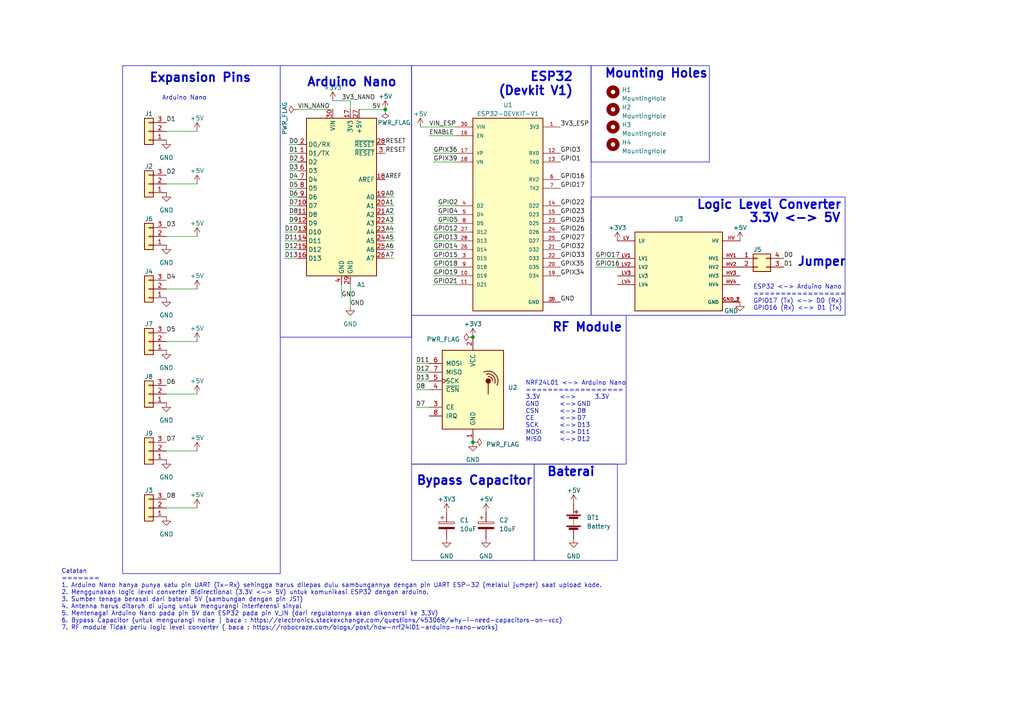
<source format=kicad_sch>
(kicad_sch (version 20230121) (generator eeschema)

  (uuid 47b69829-2132-4b1c-8093-f809fed5c806)

  (paper "A4")

  (title_block
    (title "RF Receiver Transmitter (v3)")
    (date "2024-03-10")
    (rev "3.0")
    (company "Resimen Mahasiswa Mahawarman YON I/ITB")
    (comment 1 "Bostang Palaguna")
    (comment 2 "Designed by:")
  )

  (lib_symbols
    (symbol "BOB-12009:BOB-12009" (pin_names (offset 1.016)) (in_bom yes) (on_board yes)
      (property "Reference" "U" (at -12.7 11.43 0)
        (effects (font (size 1.27 1.27)) (justify left bottom))
      )
      (property "Value" "BOB-12009" (at -12.7 -15.24 0)
        (effects (font (size 1.27 1.27)) (justify left bottom))
      )
      (property "Footprint" "BOB-12009:CONV_BOB-12009" (at 0 0 0)
        (effects (font (size 1.27 1.27)) (justify bottom) hide)
      )
      (property "Datasheet" "" (at 0 0 0)
        (effects (font (size 1.27 1.27)) hide)
      )
      (property "MF" "SparkFun" (at 0 0 0)
        (effects (font (size 1.27 1.27)) (justify bottom) hide)
      )
      (property "MAXIMUM_PACKAGE_HEIGHT" "N/A" (at 0 0 0)
        (effects (font (size 1.27 1.27)) (justify bottom) hide)
      )
      (property "Package" "None" (at 0 0 0)
        (effects (font (size 1.27 1.27)) (justify bottom) hide)
      )
      (property "Price" "None" (at 0 0 0)
        (effects (font (size 1.27 1.27)) (justify bottom) hide)
      )
      (property "Check_prices" "https://www.snapeda.com/parts/BOB-12009/SparkFun+Electronics/view-part/?ref=eda" (at 0 0 0)
        (effects (font (size 1.27 1.27)) (justify bottom) hide)
      )
      (property "STANDARD" "Manufacturer Recommendations" (at 0 0 0)
        (effects (font (size 1.27 1.27)) (justify bottom) hide)
      )
      (property "PARTREV" "01" (at 0 0 0)
        (effects (font (size 1.27 1.27)) (justify bottom) hide)
      )
      (property "SnapEDA_Link" "https://www.snapeda.com/parts/BOB-12009/SparkFun+Electronics/view-part/?ref=snap" (at 0 0 0)
        (effects (font (size 1.27 1.27)) (justify bottom) hide)
      )
      (property "MP" "BOB-12009" (at 0 0 0)
        (effects (font (size 1.27 1.27)) (justify bottom) hide)
      )
      (property "Purchase-URL" "https://www.snapeda.com/api/url_track_click_mouser/?unipart_id=551764&manufacturer=SparkFun&part_name=BOB-12009&search_term=None" (at 0 0 0)
        (effects (font (size 1.27 1.27)) (justify bottom) hide)
      )
      (property "Description" "\nBSS138 Logic-Level Translator Interface Evaluation Board\n" (at 0 0 0)
        (effects (font (size 1.27 1.27)) (justify bottom) hide)
      )
      (property "Availability" "In Stock" (at 0 0 0)
        (effects (font (size 1.27 1.27)) (justify bottom) hide)
      )
      (property "MANUFACTURER" "SparkFun Electronics" (at 0 0 0)
        (effects (font (size 1.27 1.27)) (justify bottom) hide)
      )
      (symbol "BOB-12009_0_0"
        (rectangle (start -12.7 -12.7) (end 12.7 10.16)
          (stroke (width 0.254) (type default))
          (fill (type background))
        )
        (pin power_in line (at 17.78 -10.16 180) (length 5.08)
          (name "GND" (effects (font (size 1.016 1.016))))
          (number "GND_1" (effects (font (size 1.016 1.016))))
        )
        (pin power_in line (at 17.78 -10.16 180) (length 5.08)
          (name "GND" (effects (font (size 1.016 1.016))))
          (number "GND_2" (effects (font (size 1.016 1.016))))
        )
        (pin bidirectional line (at 17.78 7.62 180) (length 5.08)
          (name "HV" (effects (font (size 1.016 1.016))))
          (number "HV" (effects (font (size 1.016 1.016))))
        )
        (pin bidirectional line (at 17.78 2.54 180) (length 5.08)
          (name "HV1" (effects (font (size 1.016 1.016))))
          (number "HV1" (effects (font (size 1.016 1.016))))
        )
        (pin bidirectional line (at 17.78 0 180) (length 5.08)
          (name "HV2" (effects (font (size 1.016 1.016))))
          (number "HV2" (effects (font (size 1.016 1.016))))
        )
        (pin bidirectional line (at 17.78 -2.54 180) (length 5.08)
          (name "HV3" (effects (font (size 1.016 1.016))))
          (number "HV3" (effects (font (size 1.016 1.016))))
        )
        (pin bidirectional line (at 17.78 -5.08 180) (length 5.08)
          (name "HV4" (effects (font (size 1.016 1.016))))
          (number "HV4" (effects (font (size 1.016 1.016))))
        )
        (pin bidirectional line (at -17.78 7.62 0) (length 5.08)
          (name "LV" (effects (font (size 1.016 1.016))))
          (number "LV" (effects (font (size 1.016 1.016))))
        )
        (pin bidirectional line (at -17.78 2.54 0) (length 5.08)
          (name "LV1" (effects (font (size 1.016 1.016))))
          (number "LV1" (effects (font (size 1.016 1.016))))
        )
        (pin bidirectional line (at -17.78 0 0) (length 5.08)
          (name "LV2" (effects (font (size 1.016 1.016))))
          (number "LV2" (effects (font (size 1.016 1.016))))
        )
        (pin bidirectional line (at -17.78 -2.54 0) (length 5.08)
          (name "LV3" (effects (font (size 1.016 1.016))))
          (number "LV3" (effects (font (size 1.016 1.016))))
        )
        (pin bidirectional line (at -17.78 -5.08 0) (length 5.08)
          (name "LV4" (effects (font (size 1.016 1.016))))
          (number "LV4" (effects (font (size 1.016 1.016))))
        )
      )
    )
    (symbol "Connector_Generic:Conn_01x03" (pin_names (offset 1.016) hide) (in_bom yes) (on_board yes)
      (property "Reference" "J" (at 0 5.08 0)
        (effects (font (size 1.27 1.27)))
      )
      (property "Value" "Conn_01x03" (at 0 -5.08 0)
        (effects (font (size 1.27 1.27)))
      )
      (property "Footprint" "" (at 0 0 0)
        (effects (font (size 1.27 1.27)) hide)
      )
      (property "Datasheet" "~" (at 0 0 0)
        (effects (font (size 1.27 1.27)) hide)
      )
      (property "ki_keywords" "connector" (at 0 0 0)
        (effects (font (size 1.27 1.27)) hide)
      )
      (property "ki_description" "Generic connector, single row, 01x03, script generated (kicad-library-utils/schlib/autogen/connector/)" (at 0 0 0)
        (effects (font (size 1.27 1.27)) hide)
      )
      (property "ki_fp_filters" "Connector*:*_1x??_*" (at 0 0 0)
        (effects (font (size 1.27 1.27)) hide)
      )
      (symbol "Conn_01x03_1_1"
        (rectangle (start -1.27 -2.413) (end 0 -2.667)
          (stroke (width 0.1524) (type default))
          (fill (type none))
        )
        (rectangle (start -1.27 0.127) (end 0 -0.127)
          (stroke (width 0.1524) (type default))
          (fill (type none))
        )
        (rectangle (start -1.27 2.667) (end 0 2.413)
          (stroke (width 0.1524) (type default))
          (fill (type none))
        )
        (rectangle (start -1.27 3.81) (end 1.27 -3.81)
          (stroke (width 0.254) (type default))
          (fill (type background))
        )
        (pin passive line (at -5.08 2.54 0) (length 3.81)
          (name "Pin_1" (effects (font (size 1.27 1.27))))
          (number "1" (effects (font (size 1.27 1.27))))
        )
        (pin passive line (at -5.08 0 0) (length 3.81)
          (name "Pin_2" (effects (font (size 1.27 1.27))))
          (number "2" (effects (font (size 1.27 1.27))))
        )
        (pin passive line (at -5.08 -2.54 0) (length 3.81)
          (name "Pin_3" (effects (font (size 1.27 1.27))))
          (number "3" (effects (font (size 1.27 1.27))))
        )
      )
    )
    (symbol "Connector_Generic:Conn_02x02_Counter_Clockwise" (pin_names (offset 1.016) hide) (in_bom yes) (on_board yes)
      (property "Reference" "J" (at 1.27 2.54 0)
        (effects (font (size 1.27 1.27)))
      )
      (property "Value" "Conn_02x02_Counter_Clockwise" (at 1.27 -5.08 0)
        (effects (font (size 1.27 1.27)))
      )
      (property "Footprint" "" (at 0 0 0)
        (effects (font (size 1.27 1.27)) hide)
      )
      (property "Datasheet" "~" (at 0 0 0)
        (effects (font (size 1.27 1.27)) hide)
      )
      (property "ki_keywords" "connector" (at 0 0 0)
        (effects (font (size 1.27 1.27)) hide)
      )
      (property "ki_description" "Generic connector, double row, 02x02, counter clockwise pin numbering scheme (similar to DIP package numbering), script generated (kicad-library-utils/schlib/autogen/connector/)" (at 0 0 0)
        (effects (font (size 1.27 1.27)) hide)
      )
      (property "ki_fp_filters" "Connector*:*_2x??_*" (at 0 0 0)
        (effects (font (size 1.27 1.27)) hide)
      )
      (symbol "Conn_02x02_Counter_Clockwise_1_1"
        (rectangle (start -1.27 -2.413) (end 0 -2.667)
          (stroke (width 0.1524) (type default))
          (fill (type none))
        )
        (rectangle (start -1.27 0.127) (end 0 -0.127)
          (stroke (width 0.1524) (type default))
          (fill (type none))
        )
        (rectangle (start -1.27 1.27) (end 3.81 -3.81)
          (stroke (width 0.254) (type default))
          (fill (type background))
        )
        (rectangle (start 3.81 -2.413) (end 2.54 -2.667)
          (stroke (width 0.1524) (type default))
          (fill (type none))
        )
        (rectangle (start 3.81 0.127) (end 2.54 -0.127)
          (stroke (width 0.1524) (type default))
          (fill (type none))
        )
        (pin passive line (at -5.08 0 0) (length 3.81)
          (name "Pin_1" (effects (font (size 1.27 1.27))))
          (number "1" (effects (font (size 1.27 1.27))))
        )
        (pin passive line (at -5.08 -2.54 0) (length 3.81)
          (name "Pin_2" (effects (font (size 1.27 1.27))))
          (number "2" (effects (font (size 1.27 1.27))))
        )
        (pin passive line (at 7.62 -2.54 180) (length 3.81)
          (name "Pin_3" (effects (font (size 1.27 1.27))))
          (number "3" (effects (font (size 1.27 1.27))))
        )
        (pin passive line (at 7.62 0 180) (length 3.81)
          (name "Pin_4" (effects (font (size 1.27 1.27))))
          (number "4" (effects (font (size 1.27 1.27))))
        )
      )
    )
    (symbol "Device:Battery" (pin_numbers hide) (pin_names (offset 0) hide) (in_bom yes) (on_board yes)
      (property "Reference" "BT" (at 2.54 2.54 0)
        (effects (font (size 1.27 1.27)) (justify left))
      )
      (property "Value" "Battery" (at 2.54 0 0)
        (effects (font (size 1.27 1.27)) (justify left))
      )
      (property "Footprint" "" (at 0 1.524 90)
        (effects (font (size 1.27 1.27)) hide)
      )
      (property "Datasheet" "~" (at 0 1.524 90)
        (effects (font (size 1.27 1.27)) hide)
      )
      (property "ki_keywords" "batt voltage-source cell" (at 0 0 0)
        (effects (font (size 1.27 1.27)) hide)
      )
      (property "ki_description" "Multiple-cell battery" (at 0 0 0)
        (effects (font (size 1.27 1.27)) hide)
      )
      (symbol "Battery_0_1"
        (rectangle (start -2.032 -1.397) (end 2.032 -1.651)
          (stroke (width 0) (type default))
          (fill (type outline))
        )
        (rectangle (start -2.032 1.778) (end 2.032 1.524)
          (stroke (width 0) (type default))
          (fill (type outline))
        )
        (rectangle (start -1.3208 -1.9812) (end 1.27 -2.4892)
          (stroke (width 0) (type default))
          (fill (type outline))
        )
        (rectangle (start -1.3208 1.1938) (end 1.27 0.6858)
          (stroke (width 0) (type default))
          (fill (type outline))
        )
        (polyline
          (pts
            (xy 0 -1.524)
            (xy 0 -1.27)
          )
          (stroke (width 0) (type default))
          (fill (type none))
        )
        (polyline
          (pts
            (xy 0 -1.016)
            (xy 0 -0.762)
          )
          (stroke (width 0) (type default))
          (fill (type none))
        )
        (polyline
          (pts
            (xy 0 -0.508)
            (xy 0 -0.254)
          )
          (stroke (width 0) (type default))
          (fill (type none))
        )
        (polyline
          (pts
            (xy 0 0)
            (xy 0 0.254)
          )
          (stroke (width 0) (type default))
          (fill (type none))
        )
        (polyline
          (pts
            (xy 0 0.508)
            (xy 0 0.762)
          )
          (stroke (width 0) (type default))
          (fill (type none))
        )
        (polyline
          (pts
            (xy 0 1.778)
            (xy 0 2.54)
          )
          (stroke (width 0) (type default))
          (fill (type none))
        )
        (polyline
          (pts
            (xy 0.254 2.667)
            (xy 1.27 2.667)
          )
          (stroke (width 0.254) (type default))
          (fill (type none))
        )
        (polyline
          (pts
            (xy 0.762 3.175)
            (xy 0.762 2.159)
          )
          (stroke (width 0.254) (type default))
          (fill (type none))
        )
      )
      (symbol "Battery_1_1"
        (pin passive line (at 0 5.08 270) (length 2.54)
          (name "+" (effects (font (size 1.27 1.27))))
          (number "1" (effects (font (size 1.27 1.27))))
        )
        (pin passive line (at 0 -5.08 90) (length 2.54)
          (name "-" (effects (font (size 1.27 1.27))))
          (number "2" (effects (font (size 1.27 1.27))))
        )
      )
    )
    (symbol "Device:C_Polarized" (pin_numbers hide) (pin_names (offset 0.254)) (in_bom yes) (on_board yes)
      (property "Reference" "C" (at 0.635 2.54 0)
        (effects (font (size 1.27 1.27)) (justify left))
      )
      (property "Value" "C_Polarized" (at 0.635 -2.54 0)
        (effects (font (size 1.27 1.27)) (justify left))
      )
      (property "Footprint" "" (at 0.9652 -3.81 0)
        (effects (font (size 1.27 1.27)) hide)
      )
      (property "Datasheet" "~" (at 0 0 0)
        (effects (font (size 1.27 1.27)) hide)
      )
      (property "ki_keywords" "cap capacitor" (at 0 0 0)
        (effects (font (size 1.27 1.27)) hide)
      )
      (property "ki_description" "Polarized capacitor" (at 0 0 0)
        (effects (font (size 1.27 1.27)) hide)
      )
      (property "ki_fp_filters" "CP_*" (at 0 0 0)
        (effects (font (size 1.27 1.27)) hide)
      )
      (symbol "C_Polarized_0_1"
        (rectangle (start -2.286 0.508) (end 2.286 1.016)
          (stroke (width 0) (type default))
          (fill (type none))
        )
        (polyline
          (pts
            (xy -1.778 2.286)
            (xy -0.762 2.286)
          )
          (stroke (width 0) (type default))
          (fill (type none))
        )
        (polyline
          (pts
            (xy -1.27 2.794)
            (xy -1.27 1.778)
          )
          (stroke (width 0) (type default))
          (fill (type none))
        )
        (rectangle (start 2.286 -0.508) (end -2.286 -1.016)
          (stroke (width 0) (type default))
          (fill (type outline))
        )
      )
      (symbol "C_Polarized_1_1"
        (pin passive line (at 0 3.81 270) (length 2.794)
          (name "~" (effects (font (size 1.27 1.27))))
          (number "1" (effects (font (size 1.27 1.27))))
        )
        (pin passive line (at 0 -3.81 90) (length 2.794)
          (name "~" (effects (font (size 1.27 1.27))))
          (number "2" (effects (font (size 1.27 1.27))))
        )
      )
    )
    (symbol "ESP32-DEVKIT-V1:ESP32-DEVKIT-V1" (pin_names (offset 1.016)) (in_bom yes) (on_board yes)
      (property "Reference" "U" (at -10.16 30.48 0)
        (effects (font (size 1.27 1.27)) (justify left top))
      )
      (property "Value" "ESP32-DEVKIT-V1" (at -10.16 -30.48 0)
        (effects (font (size 1.27 1.27)) (justify left bottom))
      )
      (property "Footprint" "ESP32-DEVKIT-V1:MODULE_ESP32_DEVKIT_V1" (at 0 0 0)
        (effects (font (size 1.27 1.27)) (justify bottom) hide)
      )
      (property "Datasheet" "" (at 0 0 0)
        (effects (font (size 1.27 1.27)) hide)
      )
      (property "MF" "Do it" (at 0 0 0)
        (effects (font (size 1.27 1.27)) (justify bottom) hide)
      )
      (property "MAXIMUM_PACKAGE_HEIGHT" "6.8 mm" (at 0 0 0)
        (effects (font (size 1.27 1.27)) (justify bottom) hide)
      )
      (property "Package" "None" (at 0 0 0)
        (effects (font (size 1.27 1.27)) (justify bottom) hide)
      )
      (property "Price" "None" (at 0 0 0)
        (effects (font (size 1.27 1.27)) (justify bottom) hide)
      )
      (property "Check_prices" "https://www.snapeda.com/parts/ESP32-DEVKIT-V1/Do+it/view-part/?ref=eda" (at 0 0 0)
        (effects (font (size 1.27 1.27)) (justify bottom) hide)
      )
      (property "STANDARD" "Manufacturer Recommendations" (at 0 0 0)
        (effects (font (size 1.27 1.27)) (justify bottom) hide)
      )
      (property "PARTREV" "N/A" (at 0 0 0)
        (effects (font (size 1.27 1.27)) (justify bottom) hide)
      )
      (property "SnapEDA_Link" "https://www.snapeda.com/parts/ESP32-DEVKIT-V1/Do+it/view-part/?ref=snap" (at 0 0 0)
        (effects (font (size 1.27 1.27)) (justify bottom) hide)
      )
      (property "MP" "ESP32-DEVKIT-V1" (at 0 0 0)
        (effects (font (size 1.27 1.27)) (justify bottom) hide)
      )
      (property "Description" "\nDual core, Wi-Fi: 2.4 GHz up to 150 Mbits/s,BLE (Bluetooth Low Energy) and legacy Bluetooth, 32 bits, Up to 240 MHz\n" (at 0 0 0)
        (effects (font (size 1.27 1.27)) (justify bottom) hide)
      )
      (property "Availability" "Not in stock" (at 0 0 0)
        (effects (font (size 1.27 1.27)) (justify bottom) hide)
      )
      (property "MANUFACTURER" "DOIT" (at 0 0 0)
        (effects (font (size 1.27 1.27)) (justify bottom) hide)
      )
      (symbol "ESP32-DEVKIT-V1_0_0"
        (rectangle (start -10.16 -27.94) (end 10.16 27.94)
          (stroke (width 0.254) (type default))
          (fill (type background))
        )
        (pin output line (at 15.24 25.4 180) (length 5.08)
          (name "3V3" (effects (font (size 1.016 1.016))))
          (number "1" (effects (font (size 1.016 1.016))))
        )
        (pin bidirectional line (at -15.24 -17.78 0) (length 5.08)
          (name "D19" (effects (font (size 1.016 1.016))))
          (number "10" (effects (font (size 1.016 1.016))))
        )
        (pin bidirectional line (at -15.24 -20.32 0) (length 5.08)
          (name "D21" (effects (font (size 1.016 1.016))))
          (number "11" (effects (font (size 1.016 1.016))))
        )
        (pin input line (at 15.24 17.78 180) (length 5.08)
          (name "RX0" (effects (font (size 1.016 1.016))))
          (number "12" (effects (font (size 1.016 1.016))))
        )
        (pin output line (at 15.24 15.24 180) (length 5.08)
          (name "TX0" (effects (font (size 1.016 1.016))))
          (number "13" (effects (font (size 1.016 1.016))))
        )
        (pin bidirectional line (at 15.24 2.54 180) (length 5.08)
          (name "D22" (effects (font (size 1.016 1.016))))
          (number "14" (effects (font (size 1.016 1.016))))
        )
        (pin bidirectional line (at 15.24 0 180) (length 5.08)
          (name "D23" (effects (font (size 1.016 1.016))))
          (number "15" (effects (font (size 1.016 1.016))))
        )
        (pin input line (at -15.24 22.86 0) (length 5.08)
          (name "EN" (effects (font (size 1.016 1.016))))
          (number "16" (effects (font (size 1.016 1.016))))
        )
        (pin bidirectional line (at -15.24 17.78 0) (length 5.08)
          (name "VP" (effects (font (size 1.016 1.016))))
          (number "17" (effects (font (size 1.016 1.016))))
        )
        (pin bidirectional line (at -15.24 15.24 0) (length 5.08)
          (name "VN" (effects (font (size 1.016 1.016))))
          (number "18" (effects (font (size 1.016 1.016))))
        )
        (pin bidirectional line (at 15.24 -17.78 180) (length 5.08)
          (name "D34" (effects (font (size 1.016 1.016))))
          (number "19" (effects (font (size 1.016 1.016))))
        )
        (pin power_in line (at 15.24 -25.4 180) (length 5.08)
          (name "GND" (effects (font (size 1.016 1.016))))
          (number "2" (effects (font (size 1.016 1.016))))
        )
        (pin bidirectional line (at 15.24 -15.24 180) (length 5.08)
          (name "D35" (effects (font (size 1.016 1.016))))
          (number "20" (effects (font (size 1.016 1.016))))
        )
        (pin bidirectional line (at 15.24 -10.16 180) (length 5.08)
          (name "D32" (effects (font (size 1.016 1.016))))
          (number "21" (effects (font (size 1.016 1.016))))
        )
        (pin bidirectional line (at 15.24 -12.7 180) (length 5.08)
          (name "D33" (effects (font (size 1.016 1.016))))
          (number "22" (effects (font (size 1.016 1.016))))
        )
        (pin bidirectional line (at 15.24 -2.54 180) (length 5.08)
          (name "D25" (effects (font (size 1.016 1.016))))
          (number "23" (effects (font (size 1.016 1.016))))
        )
        (pin bidirectional line (at 15.24 -5.08 180) (length 5.08)
          (name "D26" (effects (font (size 1.016 1.016))))
          (number "24" (effects (font (size 1.016 1.016))))
        )
        (pin bidirectional line (at 15.24 -7.62 180) (length 5.08)
          (name "D27" (effects (font (size 1.016 1.016))))
          (number "25" (effects (font (size 1.016 1.016))))
        )
        (pin bidirectional line (at -15.24 -10.16 0) (length 5.08)
          (name "D14" (effects (font (size 1.016 1.016))))
          (number "26" (effects (font (size 1.016 1.016))))
        )
        (pin bidirectional line (at -15.24 -5.08 0) (length 5.08)
          (name "D12" (effects (font (size 1.016 1.016))))
          (number "27" (effects (font (size 1.016 1.016))))
        )
        (pin bidirectional line (at -15.24 -7.62 0) (length 5.08)
          (name "D13" (effects (font (size 1.016 1.016))))
          (number "28" (effects (font (size 1.016 1.016))))
        )
        (pin power_in line (at 15.24 -25.4 180) (length 5.08)
          (name "GND" (effects (font (size 1.016 1.016))))
          (number "29" (effects (font (size 1.016 1.016))))
        )
        (pin bidirectional line (at -15.24 -12.7 0) (length 5.08)
          (name "D15" (effects (font (size 1.016 1.016))))
          (number "3" (effects (font (size 1.016 1.016))))
        )
        (pin input line (at -15.24 25.4 0) (length 5.08)
          (name "VIN" (effects (font (size 1.016 1.016))))
          (number "30" (effects (font (size 1.016 1.016))))
        )
        (pin bidirectional line (at -15.24 2.54 0) (length 5.08)
          (name "D2" (effects (font (size 1.016 1.016))))
          (number "4" (effects (font (size 1.016 1.016))))
        )
        (pin bidirectional line (at -15.24 0 0) (length 5.08)
          (name "D4" (effects (font (size 1.016 1.016))))
          (number "5" (effects (font (size 1.016 1.016))))
        )
        (pin input line (at 15.24 10.16 180) (length 5.08)
          (name "RX2" (effects (font (size 1.016 1.016))))
          (number "6" (effects (font (size 1.016 1.016))))
        )
        (pin output line (at 15.24 7.62 180) (length 5.08)
          (name "TX2" (effects (font (size 1.016 1.016))))
          (number "7" (effects (font (size 1.016 1.016))))
        )
        (pin bidirectional line (at -15.24 -2.54 0) (length 5.08)
          (name "D5" (effects (font (size 1.016 1.016))))
          (number "8" (effects (font (size 1.016 1.016))))
        )
        (pin bidirectional line (at -15.24 -15.24 0) (length 5.08)
          (name "D18" (effects (font (size 1.016 1.016))))
          (number "9" (effects (font (size 1.016 1.016))))
        )
      )
    )
    (symbol "MCU_Module:Arduino_Nano_v3.x" (in_bom yes) (on_board yes)
      (property "Reference" "A" (at -10.16 23.495 0)
        (effects (font (size 1.27 1.27)) (justify left bottom))
      )
      (property "Value" "Arduino_Nano_v3.x" (at 5.08 -24.13 0)
        (effects (font (size 1.27 1.27)) (justify left top))
      )
      (property "Footprint" "Module:Arduino_Nano" (at 0 0 0)
        (effects (font (size 1.27 1.27) italic) hide)
      )
      (property "Datasheet" "http://www.mouser.com/pdfdocs/Gravitech_Arduino_Nano3_0.pdf" (at 0 0 0)
        (effects (font (size 1.27 1.27)) hide)
      )
      (property "ki_keywords" "Arduino nano microcontroller module USB" (at 0 0 0)
        (effects (font (size 1.27 1.27)) hide)
      )
      (property "ki_description" "Arduino Nano v3.x" (at 0 0 0)
        (effects (font (size 1.27 1.27)) hide)
      )
      (property "ki_fp_filters" "Arduino*Nano*" (at 0 0 0)
        (effects (font (size 1.27 1.27)) hide)
      )
      (symbol "Arduino_Nano_v3.x_0_1"
        (rectangle (start -10.16 22.86) (end 10.16 -22.86)
          (stroke (width 0.254) (type default))
          (fill (type background))
        )
      )
      (symbol "Arduino_Nano_v3.x_1_1"
        (pin bidirectional line (at -12.7 12.7 0) (length 2.54)
          (name "D1/TX" (effects (font (size 1.27 1.27))))
          (number "1" (effects (font (size 1.27 1.27))))
        )
        (pin bidirectional line (at -12.7 -2.54 0) (length 2.54)
          (name "D7" (effects (font (size 1.27 1.27))))
          (number "10" (effects (font (size 1.27 1.27))))
        )
        (pin bidirectional line (at -12.7 -5.08 0) (length 2.54)
          (name "D8" (effects (font (size 1.27 1.27))))
          (number "11" (effects (font (size 1.27 1.27))))
        )
        (pin bidirectional line (at -12.7 -7.62 0) (length 2.54)
          (name "D9" (effects (font (size 1.27 1.27))))
          (number "12" (effects (font (size 1.27 1.27))))
        )
        (pin bidirectional line (at -12.7 -10.16 0) (length 2.54)
          (name "D10" (effects (font (size 1.27 1.27))))
          (number "13" (effects (font (size 1.27 1.27))))
        )
        (pin bidirectional line (at -12.7 -12.7 0) (length 2.54)
          (name "D11" (effects (font (size 1.27 1.27))))
          (number "14" (effects (font (size 1.27 1.27))))
        )
        (pin bidirectional line (at -12.7 -15.24 0) (length 2.54)
          (name "D12" (effects (font (size 1.27 1.27))))
          (number "15" (effects (font (size 1.27 1.27))))
        )
        (pin bidirectional line (at -12.7 -17.78 0) (length 2.54)
          (name "D13" (effects (font (size 1.27 1.27))))
          (number "16" (effects (font (size 1.27 1.27))))
        )
        (pin power_out line (at 2.54 25.4 270) (length 2.54)
          (name "3V3" (effects (font (size 1.27 1.27))))
          (number "17" (effects (font (size 1.27 1.27))))
        )
        (pin input line (at 12.7 5.08 180) (length 2.54)
          (name "AREF" (effects (font (size 1.27 1.27))))
          (number "18" (effects (font (size 1.27 1.27))))
        )
        (pin bidirectional line (at 12.7 0 180) (length 2.54)
          (name "A0" (effects (font (size 1.27 1.27))))
          (number "19" (effects (font (size 1.27 1.27))))
        )
        (pin bidirectional line (at -12.7 15.24 0) (length 2.54)
          (name "D0/RX" (effects (font (size 1.27 1.27))))
          (number "2" (effects (font (size 1.27 1.27))))
        )
        (pin bidirectional line (at 12.7 -2.54 180) (length 2.54)
          (name "A1" (effects (font (size 1.27 1.27))))
          (number "20" (effects (font (size 1.27 1.27))))
        )
        (pin bidirectional line (at 12.7 -5.08 180) (length 2.54)
          (name "A2" (effects (font (size 1.27 1.27))))
          (number "21" (effects (font (size 1.27 1.27))))
        )
        (pin bidirectional line (at 12.7 -7.62 180) (length 2.54)
          (name "A3" (effects (font (size 1.27 1.27))))
          (number "22" (effects (font (size 1.27 1.27))))
        )
        (pin bidirectional line (at 12.7 -10.16 180) (length 2.54)
          (name "A4" (effects (font (size 1.27 1.27))))
          (number "23" (effects (font (size 1.27 1.27))))
        )
        (pin bidirectional line (at 12.7 -12.7 180) (length 2.54)
          (name "A5" (effects (font (size 1.27 1.27))))
          (number "24" (effects (font (size 1.27 1.27))))
        )
        (pin bidirectional line (at 12.7 -15.24 180) (length 2.54)
          (name "A6" (effects (font (size 1.27 1.27))))
          (number "25" (effects (font (size 1.27 1.27))))
        )
        (pin bidirectional line (at 12.7 -17.78 180) (length 2.54)
          (name "A7" (effects (font (size 1.27 1.27))))
          (number "26" (effects (font (size 1.27 1.27))))
        )
        (pin power_out line (at 5.08 25.4 270) (length 2.54)
          (name "+5V" (effects (font (size 1.27 1.27))))
          (number "27" (effects (font (size 1.27 1.27))))
        )
        (pin input line (at 12.7 15.24 180) (length 2.54)
          (name "~{RESET}" (effects (font (size 1.27 1.27))))
          (number "28" (effects (font (size 1.27 1.27))))
        )
        (pin power_in line (at 2.54 -25.4 90) (length 2.54)
          (name "GND" (effects (font (size 1.27 1.27))))
          (number "29" (effects (font (size 1.27 1.27))))
        )
        (pin input line (at 12.7 12.7 180) (length 2.54)
          (name "~{RESET}" (effects (font (size 1.27 1.27))))
          (number "3" (effects (font (size 1.27 1.27))))
        )
        (pin power_in line (at -2.54 25.4 270) (length 2.54)
          (name "VIN" (effects (font (size 1.27 1.27))))
          (number "30" (effects (font (size 1.27 1.27))))
        )
        (pin power_in line (at 0 -25.4 90) (length 2.54)
          (name "GND" (effects (font (size 1.27 1.27))))
          (number "4" (effects (font (size 1.27 1.27))))
        )
        (pin bidirectional line (at -12.7 10.16 0) (length 2.54)
          (name "D2" (effects (font (size 1.27 1.27))))
          (number "5" (effects (font (size 1.27 1.27))))
        )
        (pin bidirectional line (at -12.7 7.62 0) (length 2.54)
          (name "D3" (effects (font (size 1.27 1.27))))
          (number "6" (effects (font (size 1.27 1.27))))
        )
        (pin bidirectional line (at -12.7 5.08 0) (length 2.54)
          (name "D4" (effects (font (size 1.27 1.27))))
          (number "7" (effects (font (size 1.27 1.27))))
        )
        (pin bidirectional line (at -12.7 2.54 0) (length 2.54)
          (name "D5" (effects (font (size 1.27 1.27))))
          (number "8" (effects (font (size 1.27 1.27))))
        )
        (pin bidirectional line (at -12.7 0 0) (length 2.54)
          (name "D6" (effects (font (size 1.27 1.27))))
          (number "9" (effects (font (size 1.27 1.27))))
        )
      )
    )
    (symbol "Mechanical:MountingHole" (pin_names (offset 1.016)) (in_bom yes) (on_board yes)
      (property "Reference" "H" (at 0 5.08 0)
        (effects (font (size 1.27 1.27)))
      )
      (property "Value" "MountingHole" (at 0 3.175 0)
        (effects (font (size 1.27 1.27)))
      )
      (property "Footprint" "" (at 0 0 0)
        (effects (font (size 1.27 1.27)) hide)
      )
      (property "Datasheet" "~" (at 0 0 0)
        (effects (font (size 1.27 1.27)) hide)
      )
      (property "ki_keywords" "mounting hole" (at 0 0 0)
        (effects (font (size 1.27 1.27)) hide)
      )
      (property "ki_description" "Mounting Hole without connection" (at 0 0 0)
        (effects (font (size 1.27 1.27)) hide)
      )
      (property "ki_fp_filters" "MountingHole*" (at 0 0 0)
        (effects (font (size 1.27 1.27)) hide)
      )
      (symbol "MountingHole_0_1"
        (circle (center 0 0) (radius 1.27)
          (stroke (width 1.27) (type default))
          (fill (type none))
        )
      )
    )
    (symbol "RF:NRF24L01_Breakout" (pin_names (offset 1.016)) (in_bom yes) (on_board yes)
      (property "Reference" "U" (at -8.89 12.7 0)
        (effects (font (size 1.27 1.27)) (justify left))
      )
      (property "Value" "NRF24L01_Breakout" (at 3.81 12.7 0)
        (effects (font (size 1.27 1.27)) (justify left))
      )
      (property "Footprint" "RF_Module:nRF24L01_Breakout" (at 3.81 15.24 0)
        (effects (font (size 1.27 1.27) italic) (justify left) hide)
      )
      (property "Datasheet" "http://www.nordicsemi.com/eng/content/download/2730/34105/file/nRF24L01_Product_Specification_v2_0.pdf" (at 0 -2.54 0)
        (effects (font (size 1.27 1.27)) hide)
      )
      (property "ki_keywords" "Low Power RF Transceiver breakout carrier" (at 0 0 0)
        (effects (font (size 1.27 1.27)) hide)
      )
      (property "ki_description" "Ultra low power 2.4GHz RF Transceiver, Carrier PCB" (at 0 0 0)
        (effects (font (size 1.27 1.27)) hide)
      )
      (property "ki_fp_filters" "nRF24L01*Breakout*" (at 0 0 0)
        (effects (font (size 1.27 1.27)) hide)
      )
      (symbol "NRF24L01_Breakout_0_1"
        (rectangle (start -8.89 11.43) (end 8.89 -11.43)
          (stroke (width 0.254) (type default))
          (fill (type background))
        )
        (polyline
          (pts
            (xy 4.445 1.905)
            (xy 4.445 -1.27)
          )
          (stroke (width 0.254) (type default))
          (fill (type none))
        )
        (circle (center 4.445 2.54) (radius 0.635)
          (stroke (width 0.254) (type default))
          (fill (type outline))
        )
        (arc (start 5.715 2.54) (mid 5.3521 3.4546) (end 4.445 3.81)
          (stroke (width 0.254) (type default))
          (fill (type none))
        )
        (arc (start 6.35 1.905) (mid 5.8763 3.9854) (end 3.81 4.445)
          (stroke (width 0.254) (type default))
          (fill (type none))
        )
        (arc (start 6.985 1.27) (mid 6.453 4.548) (end 3.175 5.08)
          (stroke (width 0.254) (type default))
          (fill (type none))
        )
      )
      (symbol "NRF24L01_Breakout_1_1"
        (pin power_in line (at 0 -15.24 90) (length 3.81)
          (name "GND" (effects (font (size 1.27 1.27))))
          (number "1" (effects (font (size 1.27 1.27))))
        )
        (pin power_in line (at 0 15.24 270) (length 3.81)
          (name "VCC" (effects (font (size 1.27 1.27))))
          (number "2" (effects (font (size 1.27 1.27))))
        )
        (pin input line (at -12.7 -5.08 0) (length 3.81)
          (name "CE" (effects (font (size 1.27 1.27))))
          (number "3" (effects (font (size 1.27 1.27))))
        )
        (pin input line (at -12.7 0 0) (length 3.81)
          (name "~{CSN}" (effects (font (size 1.27 1.27))))
          (number "4" (effects (font (size 1.27 1.27))))
        )
        (pin input clock (at -12.7 2.54 0) (length 3.81)
          (name "SCK" (effects (font (size 1.27 1.27))))
          (number "5" (effects (font (size 1.27 1.27))))
        )
        (pin input line (at -12.7 7.62 0) (length 3.81)
          (name "MOSI" (effects (font (size 1.27 1.27))))
          (number "6" (effects (font (size 1.27 1.27))))
        )
        (pin output line (at -12.7 5.08 0) (length 3.81)
          (name "MISO" (effects (font (size 1.27 1.27))))
          (number "7" (effects (font (size 1.27 1.27))))
        )
        (pin output line (at -12.7 -7.62 0) (length 3.81)
          (name "IRQ" (effects (font (size 1.27 1.27))))
          (number "8" (effects (font (size 1.27 1.27))))
        )
      )
    )
    (symbol "power:+3V3" (power) (pin_names (offset 0)) (in_bom yes) (on_board yes)
      (property "Reference" "#PWR" (at 0 -3.81 0)
        (effects (font (size 1.27 1.27)) hide)
      )
      (property "Value" "+3V3" (at 0 3.556 0)
        (effects (font (size 1.27 1.27)))
      )
      (property "Footprint" "" (at 0 0 0)
        (effects (font (size 1.27 1.27)) hide)
      )
      (property "Datasheet" "" (at 0 0 0)
        (effects (font (size 1.27 1.27)) hide)
      )
      (property "ki_keywords" "global power" (at 0 0 0)
        (effects (font (size 1.27 1.27)) hide)
      )
      (property "ki_description" "Power symbol creates a global label with name \"+3V3\"" (at 0 0 0)
        (effects (font (size 1.27 1.27)) hide)
      )
      (symbol "+3V3_0_1"
        (polyline
          (pts
            (xy -0.762 1.27)
            (xy 0 2.54)
          )
          (stroke (width 0) (type default))
          (fill (type none))
        )
        (polyline
          (pts
            (xy 0 0)
            (xy 0 2.54)
          )
          (stroke (width 0) (type default))
          (fill (type none))
        )
        (polyline
          (pts
            (xy 0 2.54)
            (xy 0.762 1.27)
          )
          (stroke (width 0) (type default))
          (fill (type none))
        )
      )
      (symbol "+3V3_1_1"
        (pin power_in line (at 0 0 90) (length 0) hide
          (name "+3V3" (effects (font (size 1.27 1.27))))
          (number "1" (effects (font (size 1.27 1.27))))
        )
      )
    )
    (symbol "power:+5V" (power) (pin_names (offset 0)) (in_bom yes) (on_board yes)
      (property "Reference" "#PWR" (at 0 -3.81 0)
        (effects (font (size 1.27 1.27)) hide)
      )
      (property "Value" "+5V" (at 0 3.556 0)
        (effects (font (size 1.27 1.27)))
      )
      (property "Footprint" "" (at 0 0 0)
        (effects (font (size 1.27 1.27)) hide)
      )
      (property "Datasheet" "" (at 0 0 0)
        (effects (font (size 1.27 1.27)) hide)
      )
      (property "ki_keywords" "global power" (at 0 0 0)
        (effects (font (size 1.27 1.27)) hide)
      )
      (property "ki_description" "Power symbol creates a global label with name \"+5V\"" (at 0 0 0)
        (effects (font (size 1.27 1.27)) hide)
      )
      (symbol "+5V_0_1"
        (polyline
          (pts
            (xy -0.762 1.27)
            (xy 0 2.54)
          )
          (stroke (width 0) (type default))
          (fill (type none))
        )
        (polyline
          (pts
            (xy 0 0)
            (xy 0 2.54)
          )
          (stroke (width 0) (type default))
          (fill (type none))
        )
        (polyline
          (pts
            (xy 0 2.54)
            (xy 0.762 1.27)
          )
          (stroke (width 0) (type default))
          (fill (type none))
        )
      )
      (symbol "+5V_1_1"
        (pin power_in line (at 0 0 90) (length 0) hide
          (name "+5V" (effects (font (size 1.27 1.27))))
          (number "1" (effects (font (size 1.27 1.27))))
        )
      )
    )
    (symbol "power:GND" (power) (pin_names (offset 0)) (in_bom yes) (on_board yes)
      (property "Reference" "#PWR" (at 0 -6.35 0)
        (effects (font (size 1.27 1.27)) hide)
      )
      (property "Value" "GND" (at 0 -3.81 0)
        (effects (font (size 1.27 1.27)))
      )
      (property "Footprint" "" (at 0 0 0)
        (effects (font (size 1.27 1.27)) hide)
      )
      (property "Datasheet" "" (at 0 0 0)
        (effects (font (size 1.27 1.27)) hide)
      )
      (property "ki_keywords" "global power" (at 0 0 0)
        (effects (font (size 1.27 1.27)) hide)
      )
      (property "ki_description" "Power symbol creates a global label with name \"GND\" , ground" (at 0 0 0)
        (effects (font (size 1.27 1.27)) hide)
      )
      (symbol "GND_0_1"
        (polyline
          (pts
            (xy 0 0)
            (xy 0 -1.27)
            (xy 1.27 -1.27)
            (xy 0 -2.54)
            (xy -1.27 -1.27)
            (xy 0 -1.27)
          )
          (stroke (width 0) (type default))
          (fill (type none))
        )
      )
      (symbol "GND_1_1"
        (pin power_in line (at 0 0 270) (length 0) hide
          (name "GND" (effects (font (size 1.27 1.27))))
          (number "1" (effects (font (size 1.27 1.27))))
        )
      )
    )
    (symbol "power:PWR_FLAG" (power) (pin_numbers hide) (pin_names (offset 0) hide) (in_bom yes) (on_board yes)
      (property "Reference" "#FLG" (at 0 1.905 0)
        (effects (font (size 1.27 1.27)) hide)
      )
      (property "Value" "PWR_FLAG" (at 0 3.81 0)
        (effects (font (size 1.27 1.27)))
      )
      (property "Footprint" "" (at 0 0 0)
        (effects (font (size 1.27 1.27)) hide)
      )
      (property "Datasheet" "~" (at 0 0 0)
        (effects (font (size 1.27 1.27)) hide)
      )
      (property "ki_keywords" "flag power" (at 0 0 0)
        (effects (font (size 1.27 1.27)) hide)
      )
      (property "ki_description" "Special symbol for telling ERC where power comes from" (at 0 0 0)
        (effects (font (size 1.27 1.27)) hide)
      )
      (symbol "PWR_FLAG_0_0"
        (pin power_out line (at 0 0 90) (length 0)
          (name "pwr" (effects (font (size 1.27 1.27))))
          (number "1" (effects (font (size 1.27 1.27))))
        )
      )
      (symbol "PWR_FLAG_0_1"
        (polyline
          (pts
            (xy 0 0)
            (xy 0 1.27)
            (xy -1.016 1.905)
            (xy 0 2.54)
            (xy 1.016 1.905)
            (xy 0 1.27)
          )
          (stroke (width 0) (type default))
          (fill (type none))
        )
      )
    )
  )


  (junction (at 111.76 31.75) (diameter 0) (color 0 0 0 0)
    (uuid 01b94b9f-f581-4e83-8357-47a2eaae7110)
  )
  (junction (at 137.16 97.79) (diameter 0) (color 0 0 0 0)
    (uuid 49a2c1f6-9350-4bd4-a4a8-d363cc5d142f)
  )
  (junction (at 137.16 128.27) (diameter 0) (color 0 0 0 0)
    (uuid d559f6db-8480-4c2c-b3b1-2b2a9a3c4090)
  )

  (wire (pts (xy 82.55 74.93) (xy 86.36 74.93))
    (stroke (width 0) (type default))
    (uuid 063b8ebb-eb76-4102-a0b8-899b1737275e)
  )
  (wire (pts (xy 125.73 72.39) (xy 132.08 72.39))
    (stroke (width 0) (type default))
    (uuid 07271502-7691-4f3e-8983-84cb8a2d7f7d)
  )
  (wire (pts (xy 114.3 69.85) (xy 111.76 69.85))
    (stroke (width 0) (type default))
    (uuid 175a5fb8-780a-46f5-a837-e94106f5f3d2)
  )
  (wire (pts (xy 124.46 39.37) (xy 132.08 39.37))
    (stroke (width 0) (type default))
    (uuid 1a721793-57bd-4828-bd0b-531356226319)
  )
  (wire (pts (xy 125.73 77.47) (xy 132.08 77.47))
    (stroke (width 0) (type default))
    (uuid 1ce2de02-13d1-465f-85d8-5fdd920a2281)
  )
  (wire (pts (xy 114.3 74.93) (xy 111.76 74.93))
    (stroke (width 0) (type default))
    (uuid 2680a295-5bae-4d61-aabb-4a595ddb1f0c)
  )
  (wire (pts (xy 104.14 31.75) (xy 111.76 31.75))
    (stroke (width 0) (type default))
    (uuid 2a01f616-2d1a-4f5f-af90-e0e300908b80)
  )
  (wire (pts (xy 120.65 118.11) (xy 124.46 118.11))
    (stroke (width 0) (type default))
    (uuid 2b813c78-48c7-4053-bf60-550382a6f62c)
  )
  (wire (pts (xy 127 62.23) (xy 132.08 62.23))
    (stroke (width 0) (type default))
    (uuid 344749e0-d7b5-44af-8107-03a1c2118a3a)
  )
  (wire (pts (xy 99.06 86.36) (xy 99.06 82.55))
    (stroke (width 0) (type default))
    (uuid 40379659-a917-4711-a9cd-b8b645c969c9)
  )
  (wire (pts (xy 114.3 64.77) (xy 111.76 64.77))
    (stroke (width 0) (type default))
    (uuid 4409a959-d5cc-4310-8d9b-3aee0c3cab8c)
  )
  (wire (pts (xy 83.82 57.15) (xy 86.36 57.15))
    (stroke (width 0) (type default))
    (uuid 44dba626-c949-48f0-b5d6-2f3dba8ac1b3)
  )
  (wire (pts (xy 120.65 107.95) (xy 124.46 107.95))
    (stroke (width 0) (type default))
    (uuid 471ceb03-cd12-4f90-b469-fece9c751e57)
  )
  (wire (pts (xy 83.82 44.45) (xy 86.36 44.45))
    (stroke (width 0) (type default))
    (uuid 4760794f-c62c-441e-a377-3cda79de8daf)
  )
  (wire (pts (xy 96.52 29.21) (xy 101.6 29.21))
    (stroke (width 0) (type default))
    (uuid 47ac1136-d3d2-4421-a527-ca75481f0cab)
  )
  (wire (pts (xy 57.15 114.3) (xy 48.26 114.3))
    (stroke (width 0) (type default))
    (uuid 4e57288f-9fb9-4135-a062-fb75605341d5)
  )
  (wire (pts (xy 121.92 36.83) (xy 132.08 36.83))
    (stroke (width 0) (type default))
    (uuid 4ee299e3-4e2f-4e1c-a859-c8c2dd273937)
  )
  (wire (pts (xy 101.6 29.21) (xy 101.6 31.75))
    (stroke (width 0) (type default))
    (uuid 56f9b6c0-c3c3-4b23-aeed-88e336908fbc)
  )
  (wire (pts (xy 114.3 59.69) (xy 111.76 59.69))
    (stroke (width 0) (type default))
    (uuid 5b540710-931d-4dc9-a81a-ebb3afa78706)
  )
  (wire (pts (xy 120.65 110.49) (xy 124.46 110.49))
    (stroke (width 0) (type default))
    (uuid 5ed0684a-7e11-4d2f-aac2-eb3b12e5843f)
  )
  (wire (pts (xy 82.55 72.39) (xy 86.36 72.39))
    (stroke (width 0) (type default))
    (uuid 621f2246-d02d-481f-b423-18b641d40c1c)
  )
  (wire (pts (xy 172.72 77.47) (xy 179.07 77.47))
    (stroke (width 0) (type default))
    (uuid 63f80c85-02c9-4485-b33c-fbbb362c885b)
  )
  (wire (pts (xy 82.55 67.31) (xy 86.36 67.31))
    (stroke (width 0) (type default))
    (uuid 6f0c0ff3-db3d-4dae-9bc3-a8f208d5d331)
  )
  (wire (pts (xy 125.73 67.31) (xy 132.08 67.31))
    (stroke (width 0) (type default))
    (uuid 709de55c-bf19-4d16-822f-df91924efeb1)
  )
  (wire (pts (xy 114.3 67.31) (xy 111.76 67.31))
    (stroke (width 0) (type default))
    (uuid 728101fd-97b6-49d2-822c-8a445023a17c)
  )
  (wire (pts (xy 82.55 69.85) (xy 86.36 69.85))
    (stroke (width 0) (type default))
    (uuid 72afcbc4-d683-4c0e-8f8d-e7c172e86c55)
  )
  (wire (pts (xy 57.15 99.06) (xy 48.26 99.06))
    (stroke (width 0) (type default))
    (uuid 76549928-6975-4be0-96c0-ca3553ee9796)
  )
  (wire (pts (xy 114.3 72.39) (xy 111.76 72.39))
    (stroke (width 0) (type default))
    (uuid 7e4b643f-9201-4581-8013-31258c2bbd58)
  )
  (wire (pts (xy 127 64.77) (xy 132.08 64.77))
    (stroke (width 0) (type default))
    (uuid 7f10f7e8-5823-422b-961e-d671941906ef)
  )
  (wire (pts (xy 86.36 31.75) (xy 96.52 31.75))
    (stroke (width 0) (type default))
    (uuid 80b5f02c-7a9c-452e-86e1-e35e5f9e0cdd)
  )
  (wire (pts (xy 172.72 74.93) (xy 179.07 74.93))
    (stroke (width 0) (type default))
    (uuid 82cdedb4-21b9-42f6-ac22-72c338ef81ce)
  )
  (wire (pts (xy 120.65 105.41) (xy 124.46 105.41))
    (stroke (width 0) (type default))
    (uuid 8f61a579-33ae-4ee3-a3c0-d915d57f9f1c)
  )
  (wire (pts (xy 83.82 46.99) (xy 86.36 46.99))
    (stroke (width 0) (type default))
    (uuid 8ffaa52c-4439-4ef3-93e4-7e369148c1b0)
  )
  (wire (pts (xy 125.73 46.99) (xy 132.08 46.99))
    (stroke (width 0) (type default))
    (uuid 9271079f-ed5d-4e69-a14b-64ac1956589c)
  )
  (wire (pts (xy 125.73 69.85) (xy 132.08 69.85))
    (stroke (width 0) (type default))
    (uuid 9464a6fe-b58b-4c2b-9e12-85e4b8c770f9)
  )
  (wire (pts (xy 125.73 44.45) (xy 132.08 44.45))
    (stroke (width 0) (type default))
    (uuid 954e32db-262b-4727-8933-e810d8f6b30c)
  )
  (wire (pts (xy 83.82 49.53) (xy 86.36 49.53))
    (stroke (width 0) (type default))
    (uuid a4457310-ddb3-45fa-a78d-28d41b17f95f)
  )
  (wire (pts (xy 57.15 38.1) (xy 48.26 38.1))
    (stroke (width 0) (type default))
    (uuid a74e4632-83bd-4b2e-b499-bcb9b5be8854)
  )
  (wire (pts (xy 83.82 54.61) (xy 86.36 54.61))
    (stroke (width 0) (type default))
    (uuid b0ce816d-9676-453c-83e8-60624a532ebb)
  )
  (wire (pts (xy 125.73 82.55) (xy 132.08 82.55))
    (stroke (width 0) (type default))
    (uuid b1e500d2-950e-42f9-ba9c-9f28c82631a0)
  )
  (wire (pts (xy 83.82 41.91) (xy 86.36 41.91))
    (stroke (width 0) (type default))
    (uuid b3891579-b1d7-4cc1-94dc-fd8ce97592d7)
  )
  (wire (pts (xy 83.82 52.07) (xy 86.36 52.07))
    (stroke (width 0) (type default))
    (uuid b48840ad-6e59-402c-9a31-c10384b17425)
  )
  (wire (pts (xy 83.82 62.23) (xy 86.36 62.23))
    (stroke (width 0) (type default))
    (uuid b7d3ea1b-8fa9-475b-ac2b-ef88e8b218bf)
  )
  (wire (pts (xy 127 59.69) (xy 132.08 59.69))
    (stroke (width 0) (type default))
    (uuid b90dda51-5339-4a9f-aa1d-399874772765)
  )
  (wire (pts (xy 57.15 147.32) (xy 48.26 147.32))
    (stroke (width 0) (type default))
    (uuid c17f77b0-2f71-4ecc-9967-5ab51cd6f02f)
  )
  (wire (pts (xy 125.73 74.93) (xy 132.08 74.93))
    (stroke (width 0) (type default))
    (uuid c36e3f26-fb42-49c2-898f-a08fcc81993d)
  )
  (wire (pts (xy 57.15 53.34) (xy 48.26 53.34))
    (stroke (width 0) (type default))
    (uuid c5bd2357-7315-4b30-9957-8d49c65199d2)
  )
  (wire (pts (xy 101.6 88.9) (xy 101.6 82.55))
    (stroke (width 0) (type default))
    (uuid cdbd9fd6-fd12-4c3c-a15e-6dd99fc2a2ab)
  )
  (wire (pts (xy 57.15 83.82) (xy 48.26 83.82))
    (stroke (width 0) (type default))
    (uuid d1e16f79-2b79-4565-9a6f-23311a2d8fd6)
  )
  (wire (pts (xy 114.3 62.23) (xy 111.76 62.23))
    (stroke (width 0) (type default))
    (uuid d5e73bca-d98a-4411-b3a4-4ad24da2afd2)
  )
  (wire (pts (xy 120.65 113.03) (xy 124.46 113.03))
    (stroke (width 0) (type default))
    (uuid db277b31-981d-4ee0-aad4-9b952e68e46a)
  )
  (wire (pts (xy 83.82 59.69) (xy 86.36 59.69))
    (stroke (width 0) (type default))
    (uuid df121393-eb9c-458a-b789-80547d39f97f)
  )
  (wire (pts (xy 114.3 57.15) (xy 111.76 57.15))
    (stroke (width 0) (type default))
    (uuid dfa7aa78-815b-4f9b-a2ea-d9d8ea0ed01d)
  )
  (wire (pts (xy 83.82 64.77) (xy 86.36 64.77))
    (stroke (width 0) (type default))
    (uuid e2e333ca-3bc6-49b1-8804-f9403b9147d8)
  )
  (wire (pts (xy 57.15 68.58) (xy 48.26 68.58))
    (stroke (width 0) (type default))
    (uuid e319b6cb-056e-40e6-8fb1-b96aafd66685)
  )
  (wire (pts (xy 125.73 80.01) (xy 132.08 80.01))
    (stroke (width 0) (type default))
    (uuid ecc8924d-8eef-461b-9f28-f6497be95a24)
  )
  (wire (pts (xy 57.15 130.81) (xy 48.26 130.81))
    (stroke (width 0) (type default))
    (uuid f8ca3683-76d3-41a9-901a-bcfdb8576bd6)
  )

  (rectangle (start 171.45 57.15) (end 245.11 91.44)
    (stroke (width 0) (type default))
    (fill (type none))
    (uuid 1be1a172-a217-4532-9db6-746923e33bd4)
  )
  (rectangle (start 119.38 19.05) (end 171.45 91.44)
    (stroke (width 0) (type default))
    (fill (type none))
    (uuid 2a6447e0-5c55-4dc4-bb4c-60c2abb12fc9)
  )
  (rectangle (start 119.38 91.44) (end 181.61 134.62)
    (stroke (width 0) (type default))
    (fill (type none))
    (uuid 58dbf88d-8e74-4c6a-83f5-dae3ee530980)
  )
  (rectangle (start 81.28 19.05) (end 119.38 97.79)
    (stroke (width 0) (type default))
    (fill (type none))
    (uuid 84f5e1b0-3243-49f8-b4ab-44299070c1e5)
  )
  (rectangle (start 35.56 19.05) (end 81.28 166.37)
    (stroke (width 0) (type default))
    (fill (type none))
    (uuid 9dda22cc-4f73-49c4-9795-ffd587ea5cfe)
  )
  (rectangle (start 171.45 19.05) (end 205.74 46.99)
    (stroke (width 0) (type default))
    (fill (type none))
    (uuid d1907293-5412-4e9d-835d-a4f8addc5f5a)
  )
  (rectangle (start 119.38 134.62) (end 154.94 162.56)
    (stroke (width 0) (type default))
    (fill (type none))
    (uuid e1e82c46-6173-4a96-ae9b-a9ecefcaf46a)
  )
  (rectangle (start 154.94 134.62) (end 179.07 162.56)
    (stroke (width 0) (type default))
    (fill (type none))
    (uuid e706dcca-99ea-4e5c-abb4-183cea64ed4b)
  )

  (text "Expansion Pins" (at 43.18 24.13 0)
    (effects (font (size 2.54 2.54) (thickness 0.508) bold) (justify left bottom))
    (uuid 19b6d874-ce27-4793-8f6c-c8dfd39db1c4)
  )
  (text "Logic Level Converter" (at 201.93 60.96 0)
    (effects (font (size 2.54 2.54) (thickness 0.508) bold) (justify left bottom))
    (uuid 1aca390b-f862-46e7-9608-0b00171bb7f6)
  )
  (text "NRF24L01 <-> Arduino Nano\n==================\n3.3V 	<-> 	3.3V\nGND		<->	GND\nCSN		<->	D8\nCE		<->	D7\nSCK		<->	D13\nMOSI	<->	D11\nMISO	<->	D12\n"
    (at 152.4 128.27 0)
    (effects (font (size 1.27 1.27)) (justify left bottom))
    (uuid 502933b2-f626-4ae4-bf95-fb22c9f30142)
  )
  (text "Bypass Capacitor" (at 120.65 140.97 0)
    (effects (font (size 2.54 2.54) (thickness 0.508) bold) (justify left bottom))
    (uuid 697344a4-334a-4e36-8bc9-00c8aafc3d1b)
  )
  (text "ESP32\n(Devkit V1)" (at 166.37 27.94 0)
    (effects (font (size 2.54 2.54) (thickness 0.508) bold) (justify right bottom))
    (uuid 6a58a0bb-79e2-4eb7-976f-b6657602b9c9)
  )
  (text "RF Module" (at 160.02 96.52 0)
    (effects (font (size 2.54 2.54) (thickness 0.508) bold) (justify left bottom))
    (uuid 6e4c375f-976a-4eec-aa88-24e232d05e52)
  )
  (text "3.3V <-> 5V" (at 217.17 64.77 0)
    (effects (font (size 2.54 2.54) (thickness 0.508) bold) (justify left bottom))
    (uuid 95faab73-26c0-4254-860d-2dae557759b8)
  )
  (text "ESP32 <-> Arduino Nano\n=================\nGPIO17 (Tx) <-> D0 (Rx)\nGPIO16 (Rx) <-> D1 (Tx)"
    (at 218.44 90.17 0)
    (effects (font (size 1.27 1.27)) (justify left bottom))
    (uuid 9d89314e-45d4-45b8-920d-f3b8cef23920)
  )
  (text "Jumper" (at 231.14 77.47 0)
    (effects (font (size 2.54 2.54) (thickness 0.508) bold) (justify left bottom))
    (uuid a44423d5-f7a0-4806-b2e9-3616a22e0f9d)
  )
  (text "Baterai" (at 172.72 138.43 0)
    (effects (font (size 2.54 2.54) (thickness 0.508) bold) (justify right bottom))
    (uuid a717e626-3f31-4250-b39c-dcca8c470afa)
  )
  (text "Catatan\n=======\n1. Arduino Nano hanya punya satu pin UART (Tx-Rx) sehingga harus dilepas dulu sambungannya dengan pin UART ESP-32 (melalui jumper) saat upload kode.\n2. Menggunakan logic level converter Bidirectional (3.3V <-> 5V) untuk komunikasi ESP32 dengan arduino.\n3. Sumber tenaga berasal dari baterai 5V (sambungan dengan pin JST)\n4. Antenna harus ditaruh di ujung untuk mengurangi interferensi sinyal\n5. Mentenagai Arduino Nano pada pin 5V dan ESP32 pada pin V_IN (dari regulatornya akan dikonversi ke 3.3V)\n6. Bypass Capacitor (untuk mengurangi noise | baca : https://electronics.stackexchange.com/questions/453068/why-i-need-capacitors-on-vcc)\n7. RF module Tidak perlu logic level converter ( baca : https://robocraze.com/blogs/post/how-nrf24l01-arduino-nano-works)"
    (at 17.78 182.88 0)
    (effects (font (size 1.27 1.27)) (justify left bottom))
    (uuid b3901b78-d327-4358-8204-3acb4c835a89)
  )
  (text "Arduino Nano" (at 46.99 29.21 0)
    (effects (font (size 1.27 1.27)) (justify left bottom))
    (uuid e3fb22f3-a6b0-4ce8-9961-62339a96132e)
  )
  (text "Arduino Nano" (at 88.9 25.4 0)
    (effects (font (size 2.54 2.54) (thickness 0.508) bold) (justify left bottom))
    (uuid e885db14-3160-4429-af27-ebca2dbc6400)
  )
  (text "Mounting Holes" (at 175.26 22.86 0)
    (effects (font (size 2.54 2.54) (thickness 0.508) bold) (justify left bottom))
    (uuid f8c3905f-67c6-462c-9396-61642e2312eb)
  )

  (label "D6" (at 48.26 111.76 0) (fields_autoplaced)
    (effects (font (size 1.27 1.27)) (justify left bottom))
    (uuid 00ea4b20-dbd6-4dbf-a9a3-ad1561fa9f5a)
  )
  (label "GPIO25" (at 162.56 64.77 0) (fields_autoplaced)
    (effects (font (size 1.27 1.27)) (justify left bottom))
    (uuid 01ce4c66-eb4c-4efe-a63d-1c839187e817)
  )
  (label "D7" (at 120.65 118.11 0) (fields_autoplaced)
    (effects (font (size 1.27 1.27)) (justify left bottom))
    (uuid 02b76871-9061-4cde-b619-f6c16675055a)
  )
  (label "GPIX34" (at 162.56 80.01 0) (fields_autoplaced)
    (effects (font (size 1.27 1.27)) (justify left bottom))
    (uuid 06868206-4e7e-4834-affc-5dfd6f31fde4)
  )
  (label "D1" (at 83.82 44.45 0) (fields_autoplaced)
    (effects (font (size 1.27 1.27)) (justify left bottom))
    (uuid 0dac99b5-d500-42b4-b99b-f2780d3445c3)
  )
  (label "A6" (at 114.3 72.39 180) (fields_autoplaced)
    (effects (font (size 1.27 1.27)) (justify right bottom))
    (uuid 0e31d7c7-be88-4869-b3ab-00ad88df65e7)
  )
  (label "D7" (at 48.26 128.27 0) (fields_autoplaced)
    (effects (font (size 1.27 1.27)) (justify left bottom))
    (uuid 1985614f-4205-49f0-b2bc-c2d6de07254c)
  )
  (label "GPIO15" (at 125.73 74.93 0) (fields_autoplaced)
    (effects (font (size 1.27 1.27)) (justify left bottom))
    (uuid 1b8aa6f0-6937-4469-9b88-dae58b33f3e7)
  )
  (label "GND" (at 99.06 86.36 0) (fields_autoplaced)
    (effects (font (size 1.27 1.27)) (justify left bottom))
    (uuid 1cd65f20-737b-4b7a-955c-7dd80ed50cba)
  )
  (label "D12" (at 120.65 107.95 0) (fields_autoplaced)
    (effects (font (size 1.27 1.27)) (justify left bottom))
    (uuid 1dee2bb5-3cc7-42e8-9aee-b8635106ece1)
  )
  (label "GPIO19" (at 125.73 80.01 0) (fields_autoplaced)
    (effects (font (size 1.27 1.27)) (justify left bottom))
    (uuid 229495b4-7f28-48c4-b343-b316c14278ce)
  )
  (label "A7" (at 114.3 74.93 180) (fields_autoplaced)
    (effects (font (size 1.27 1.27)) (justify right bottom))
    (uuid 2ca25ff3-8913-4617-bb56-54794c91c93d)
  )
  (label "D13" (at 82.55 74.93 0) (fields_autoplaced)
    (effects (font (size 1.27 1.27)) (justify left bottom))
    (uuid 2d528446-3483-4427-ad25-4da695d18537)
  )
  (label "A1" (at 114.3 59.69 180) (fields_autoplaced)
    (effects (font (size 1.27 1.27)) (justify right bottom))
    (uuid 30c70352-8cc9-4bb1-acbe-f675dc62e9cc)
  )
  (label "D8" (at 83.82 62.23 0) (fields_autoplaced)
    (effects (font (size 1.27 1.27)) (justify left bottom))
    (uuid 32dd6940-9d48-44e0-a02d-e088a68de483)
  )
  (label "A3" (at 114.3 64.77 180) (fields_autoplaced)
    (effects (font (size 1.27 1.27)) (justify right bottom))
    (uuid 378607f3-fe0d-4c76-bd7f-54281553efe3)
  )
  (label "D3" (at 48.26 66.04 0) (fields_autoplaced)
    (effects (font (size 1.27 1.27)) (justify left bottom))
    (uuid 394e1071-5ea5-422e-a541-ef9d5acfd50e)
  )
  (label "GPIO27" (at 162.56 69.85 0) (fields_autoplaced)
    (effects (font (size 1.27 1.27)) (justify left bottom))
    (uuid 3a181c7b-f821-40d9-a03b-1aafc43b40b8)
  )
  (label "3V3_NANO" (at 99.06 29.21 0) (fields_autoplaced)
    (effects (font (size 1.27 1.27)) (justify left bottom))
    (uuid 3d3e0a04-21bc-499d-b3a5-4431afcd6fd5)
  )
  (label "GPIO17" (at 172.72 74.93 0) (fields_autoplaced)
    (effects (font (size 1.27 1.27)) (justify left bottom))
    (uuid 444a39df-0aa5-4d21-9f5c-f296628cd467)
  )
  (label "A0" (at 114.3 57.15 180) (fields_autoplaced)
    (effects (font (size 1.27 1.27)) (justify right bottom))
    (uuid 47c4efaa-704d-4581-9d12-f08266ba3cfa)
  )
  (label "5V" (at 107.95 31.75 0) (fields_autoplaced)
    (effects (font (size 1.27 1.27)) (justify left bottom))
    (uuid 4a0d51c3-eb9d-4953-9c8b-9d563f7f451d)
  )
  (label "D12" (at 82.55 72.39 0) (fields_autoplaced)
    (effects (font (size 1.27 1.27)) (justify left bottom))
    (uuid 4d6c132c-a632-4a51-bdea-edea736e79c7)
  )
  (label "D13" (at 120.65 110.49 0) (fields_autoplaced)
    (effects (font (size 1.27 1.27)) (justify left bottom))
    (uuid 4ffacf12-ea8c-4a2a-8a32-bde466b90f3d)
  )
  (label "VIN_ESP" (at 124.46 36.83 0) (fields_autoplaced)
    (effects (font (size 1.27 1.27)) (justify left bottom))
    (uuid 50b7ac0e-6b78-4e09-9afc-f9af1d6b0477)
  )
  (label "GPIO17" (at 162.56 54.61 0) (fields_autoplaced)
    (effects (font (size 1.27 1.27)) (justify left bottom))
    (uuid 5258d97e-4ec4-46e4-8858-6d989fd78ad9)
  )
  (label "D3" (at 83.82 49.53 0) (fields_autoplaced)
    (effects (font (size 1.27 1.27)) (justify left bottom))
    (uuid 535a93ef-0ebb-46e2-ad01-039a554afbb3)
  )
  (label "GPIO21" (at 125.73 82.55 0) (fields_autoplaced)
    (effects (font (size 1.27 1.27)) (justify left bottom))
    (uuid 54c33784-b7d9-4010-ad85-e9958b452b00)
  )
  (label "D2" (at 48.26 50.8 0) (fields_autoplaced)
    (effects (font (size 1.27 1.27)) (justify left bottom))
    (uuid 55231598-f25d-4b70-a16b-6ee27630d9f8)
  )
  (label "D2" (at 83.82 46.99 0) (fields_autoplaced)
    (effects (font (size 1.27 1.27)) (justify left bottom))
    (uuid 552b27d8-7acf-4e24-beaa-c05ee8b14084)
  )
  (label "D10" (at 82.55 67.31 0) (fields_autoplaced)
    (effects (font (size 1.27 1.27)) (justify left bottom))
    (uuid 628f56c7-ed0e-4702-ae69-1328fe03b6ab)
  )
  (label "GPIO23" (at 162.56 62.23 0) (fields_autoplaced)
    (effects (font (size 1.27 1.27)) (justify left bottom))
    (uuid 704096da-4fb7-41e4-99ec-943b00804cf0)
  )
  (label "RESET" (at 111.76 44.45 0) (fields_autoplaced)
    (effects (font (size 1.27 1.27)) (justify left bottom))
    (uuid 79b29969-e337-43f9-931d-9b680a8cafe0)
  )
  (label "D9" (at 83.82 64.77 0) (fields_autoplaced)
    (effects (font (size 1.27 1.27)) (justify left bottom))
    (uuid 7d557506-6313-4874-aea7-550c394e6fd7)
  )
  (label "D11" (at 120.65 105.41 0) (fields_autoplaced)
    (effects (font (size 1.27 1.27)) (justify left bottom))
    (uuid 7df02451-b877-4bd8-840a-dacede1c6dca)
  )
  (label "GPIO1" (at 162.56 46.99 0) (fields_autoplaced)
    (effects (font (size 1.27 1.27)) (justify left bottom))
    (uuid 7e5e6349-5aff-4ff8-9ce8-9405bf82b373)
  )
  (label "A2" (at 114.3 62.23 180) (fields_autoplaced)
    (effects (font (size 1.27 1.27)) (justify right bottom))
    (uuid 82f34e3d-5699-4be1-94b3-c32898b9f6a9)
  )
  (label "D1" (at 48.26 35.56 0) (fields_autoplaced)
    (effects (font (size 1.27 1.27)) (justify left bottom))
    (uuid 88dab255-4dc4-44e8-9e6d-6a152fa93f27)
  )
  (label "GPIO18" (at 125.73 77.47 0) (fields_autoplaced)
    (effects (font (size 1.27 1.27)) (justify left bottom))
    (uuid 8b21e885-e1f7-419c-a742-a22cf798d19c)
  )
  (label "GPIO33" (at 162.56 74.93 0) (fields_autoplaced)
    (effects (font (size 1.27 1.27)) (justify left bottom))
    (uuid 8d2c6461-d966-4dab-81fb-2be5a7d0c0b3)
  )
  (label "D4" (at 48.26 81.28 0) (fields_autoplaced)
    (effects (font (size 1.27 1.27)) (justify left bottom))
    (uuid 8dda69dc-23f3-424e-980e-ee77b79a29cd)
  )
  (label "D5" (at 48.26 96.52 0) (fields_autoplaced)
    (effects (font (size 1.27 1.27)) (justify left bottom))
    (uuid 902e4293-0eb4-48b4-a525-6047357d92cd)
  )
  (label "AREF" (at 111.76 52.07 0) (fields_autoplaced)
    (effects (font (size 1.27 1.27)) (justify left bottom))
    (uuid 90b1a1c6-0b3d-44cb-a7c9-4abd05cc83f3)
  )
  (label "D0" (at 227.33 74.93 0) (fields_autoplaced)
    (effects (font (size 1.27 1.27)) (justify left bottom))
    (uuid 921828c0-7699-441b-b00f-fcf484f7fd21)
  )
  (label "GPIO5" (at 127 64.77 0) (fields_autoplaced)
    (effects (font (size 1.27 1.27)) (justify left bottom))
    (uuid 957764c4-c693-4eeb-aecc-baa7ddc00f45)
  )
  (label "GPIO22" (at 162.56 59.69 0) (fields_autoplaced)
    (effects (font (size 1.27 1.27)) (justify left bottom))
    (uuid 9aa12cd0-fb33-4d09-bb6a-70627fa706d2)
  )
  (label "D11" (at 82.55 69.85 0) (fields_autoplaced)
    (effects (font (size 1.27 1.27)) (justify left bottom))
    (uuid a0a4d9e9-27f6-4a15-bf62-bab4bb1412bd)
  )
  (label "GPIO16" (at 162.56 52.07 0) (fields_autoplaced)
    (effects (font (size 1.27 1.27)) (justify left bottom))
    (uuid ab3587b6-d9ab-4881-8ce8-0226632fe49e)
  )
  (label "GPIO3" (at 162.56 44.45 0) (fields_autoplaced)
    (effects (font (size 1.27 1.27)) (justify left bottom))
    (uuid ae6a90e1-3b15-4919-a205-0396f8dcc5ca)
  )
  (label "GPIO32" (at 162.56 72.39 0) (fields_autoplaced)
    (effects (font (size 1.27 1.27)) (justify left bottom))
    (uuid aec298d7-a8ff-4fba-9965-85c216ef988a)
  )
  (label "A4" (at 114.3 67.31 180) (fields_autoplaced)
    (effects (font (size 1.27 1.27)) (justify right bottom))
    (uuid af2481aa-0bb8-4b2a-ae1b-5a773122d3af)
  )
  (label "D0" (at 83.82 41.91 0) (fields_autoplaced)
    (effects (font (size 1.27 1.27)) (justify left bottom))
    (uuid b25c7564-d540-49c5-be5d-7e0425bfe0fc)
  )
  (label "GPIO2" (at 127 59.69 0) (fields_autoplaced)
    (effects (font (size 1.27 1.27)) (justify left bottom))
    (uuid b284e3a8-f133-436a-baec-9e24a303f8a1)
  )
  (label "D7" (at 83.82 59.69 0) (fields_autoplaced)
    (effects (font (size 1.27 1.27)) (justify left bottom))
    (uuid b51d5d35-c469-4246-a999-9580b975b1ea)
  )
  (label "GPIX39" (at 125.73 46.99 0) (fields_autoplaced)
    (effects (font (size 1.27 1.27)) (justify left bottom))
    (uuid b5d645a5-00aa-4f84-a3b1-2b7e3c1f4fe5)
  )
  (label "D4" (at 83.82 52.07 0) (fields_autoplaced)
    (effects (font (size 1.27 1.27)) (justify left bottom))
    (uuid b7d09e5a-ab98-49a5-9ffa-0235acc2e41d)
  )
  (label "ENABLE" (at 124.46 39.37 0) (fields_autoplaced)
    (effects (font (size 1.27 1.27)) (justify left bottom))
    (uuid bcd89eb1-1475-4dcf-bab8-63aaf28cc866)
  )
  (label "GPIX36" (at 125.73 44.45 0) (fields_autoplaced)
    (effects (font (size 1.27 1.27)) (justify left bottom))
    (uuid bf39febd-7ad4-43c5-adc2-0de72e5454db)
  )
  (label "GPIO26" (at 162.56 67.31 0) (fields_autoplaced)
    (effects (font (size 1.27 1.27)) (justify left bottom))
    (uuid c462e3ed-f4c5-4837-b7a8-345e71d910d6)
  )
  (label "GPIO12" (at 125.73 67.31 0) (fields_autoplaced)
    (effects (font (size 1.27 1.27)) (justify left bottom))
    (uuid c5daf5f3-a488-4614-84e1-f8687676f401)
  )
  (label "GPIO13" (at 125.73 69.85 0) (fields_autoplaced)
    (effects (font (size 1.27 1.27)) (justify left bottom))
    (uuid c696dc78-69c6-46a1-8e6c-94e7087c3ff9)
  )
  (label "GND" (at 101.6 88.9 0) (fields_autoplaced)
    (effects (font (size 1.27 1.27)) (justify left bottom))
    (uuid c6eb78e3-d351-4ca6-8fae-59ff1cd1ea0e)
  )
  (label "GPIO4" (at 127 62.23 0) (fields_autoplaced)
    (effects (font (size 1.27 1.27)) (justify left bottom))
    (uuid cae1f8d8-505a-4f3d-9b90-4547f7a48486)
  )
  (label "D8" (at 120.65 113.03 0) (fields_autoplaced)
    (effects (font (size 1.27 1.27)) (justify left bottom))
    (uuid cb591d4c-dcd6-40da-8788-c4daeb4946cc)
  )
  (label "GPIO16" (at 172.72 77.47 0) (fields_autoplaced)
    (effects (font (size 1.27 1.27)) (justify left bottom))
    (uuid cc07df5d-70c1-42a8-bfa3-c842ef83dfa6)
  )
  (label "VIN_NANO" (at 86.36 31.75 0) (fields_autoplaced)
    (effects (font (size 1.27 1.27)) (justify left bottom))
    (uuid d1a4c20c-fdd7-49a8-aaaf-d424e0bf1286)
  )
  (label "D8" (at 48.26 144.78 0) (fields_autoplaced)
    (effects (font (size 1.27 1.27)) (justify left bottom))
    (uuid d5c80bb1-ba3c-4d4a-860e-15bbe331950a)
  )
  (label "RESET" (at 111.76 41.91 0) (fields_autoplaced)
    (effects (font (size 1.27 1.27)) (justify left bottom))
    (uuid d7172d9c-d8a2-495c-98e2-c407d4bdab32)
  )
  (label "D6" (at 83.82 57.15 0) (fields_autoplaced)
    (effects (font (size 1.27 1.27)) (justify left bottom))
    (uuid da5b3ce7-51b0-44c2-80e4-dee6710c65f9)
  )
  (label "GND" (at 162.56 87.63 0) (fields_autoplaced)
    (effects (font (size 1.27 1.27)) (justify left bottom))
    (uuid e5542b51-5064-45cc-a02b-44ed1820bbad)
  )
  (label "3V3_ESP" (at 162.56 36.83 0) (fields_autoplaced)
    (effects (font (size 1.27 1.27)) (justify left bottom))
    (uuid e6a5a24e-ff2c-45da-a995-283032b526a6)
  )
  (label "GPIX35" (at 162.56 77.47 0) (fields_autoplaced)
    (effects (font (size 1.27 1.27)) (justify left bottom))
    (uuid e92125cd-d5d4-44e8-9333-351be522a844)
  )
  (label "A5" (at 114.3 69.85 180) (fields_autoplaced)
    (effects (font (size 1.27 1.27)) (justify right bottom))
    (uuid eed7f1b6-de56-417f-8060-493d0a7a854b)
  )
  (label "D1" (at 227.33 77.47 0) (fields_autoplaced)
    (effects (font (size 1.27 1.27)) (justify left bottom))
    (uuid ef72c79f-4ca2-4ec6-b74f-ca96aef85980)
  )
  (label "GPIO14" (at 125.73 72.39 0) (fields_autoplaced)
    (effects (font (size 1.27 1.27)) (justify left bottom))
    (uuid efb92643-039b-47bf-89de-fc7894039473)
  )
  (label "D5" (at 83.82 54.61 0) (fields_autoplaced)
    (effects (font (size 1.27 1.27)) (justify left bottom))
    (uuid f6ad18c7-49f9-4c85-b3cc-d214514c0326)
  )

  (symbol (lib_id "power:+5V") (at 57.15 147.32 0) (unit 1)
    (in_bom yes) (on_board yes) (dnp no)
    (uuid 01a72c18-f91f-49f0-b594-01fc65245248)
    (property "Reference" "#PWR023" (at 57.15 151.13 0)
      (effects (font (size 1.27 1.27)) hide)
    )
    (property "Value" "+5V" (at 57.15 143.51 0)
      (effects (font (size 1.27 1.27)))
    )
    (property "Footprint" "" (at 57.15 147.32 0)
      (effects (font (size 1.27 1.27)) hide)
    )
    (property "Datasheet" "" (at 57.15 147.32 0)
      (effects (font (size 1.27 1.27)) hide)
    )
    (pin "1" (uuid 515abd8b-d265-4c39-9ddf-91ec620fbf69))
    (instances
      (project "RF_rec_trans-v2"
        (path "/47b69829-2132-4b1c-8093-f809fed5c806"
          (reference "#PWR023") (unit 1)
        )
      )
    )
  )

  (symbol (lib_id "power:PWR_FLAG") (at 137.16 97.79 90) (unit 1)
    (in_bom yes) (on_board yes) (dnp no) (fields_autoplaced)
    (uuid 08031d4a-5098-48d8-a3d5-f3b0a1e65a7d)
    (property "Reference" "#FLG01" (at 135.255 97.79 0)
      (effects (font (size 1.27 1.27)) hide)
    )
    (property "Value" "PWR_FLAG" (at 133.35 98.425 90)
      (effects (font (size 1.27 1.27)) (justify left))
    )
    (property "Footprint" "" (at 137.16 97.79 0)
      (effects (font (size 1.27 1.27)) hide)
    )
    (property "Datasheet" "~" (at 137.16 97.79 0)
      (effects (font (size 1.27 1.27)) hide)
    )
    (pin "1" (uuid 039698ef-8607-4288-ab93-4c82e9cd41e5))
    (instances
      (project "RF_rec_trans-v2"
        (path "/47b69829-2132-4b1c-8093-f809fed5c806"
          (reference "#FLG01") (unit 1)
        )
      )
    )
  )

  (symbol (lib_id "power:+5V") (at 57.15 130.81 0) (unit 1)
    (in_bom yes) (on_board yes) (dnp no)
    (uuid 08cbcb89-2ceb-4515-b007-d99afea31322)
    (property "Reference" "#PWR031" (at 57.15 134.62 0)
      (effects (font (size 1.27 1.27)) hide)
    )
    (property "Value" "+5V" (at 57.15 127 0)
      (effects (font (size 1.27 1.27)))
    )
    (property "Footprint" "" (at 57.15 130.81 0)
      (effects (font (size 1.27 1.27)) hide)
    )
    (property "Datasheet" "" (at 57.15 130.81 0)
      (effects (font (size 1.27 1.27)) hide)
    )
    (pin "1" (uuid 11233b63-ff32-4c03-88ae-c6ce1820159f))
    (instances
      (project "RF_rec_trans-v2"
        (path "/47b69829-2132-4b1c-8093-f809fed5c806"
          (reference "#PWR031") (unit 1)
        )
      )
    )
  )

  (symbol (lib_id "Mechanical:MountingHole") (at 177.8 41.91 0) (unit 1)
    (in_bom yes) (on_board yes) (dnp no) (fields_autoplaced)
    (uuid 0a3d40a2-d8ab-46b2-8bc3-51bd52703589)
    (property "Reference" "H4" (at 180.34 41.275 0)
      (effects (font (size 1.27 1.27)) (justify left))
    )
    (property "Value" "MountingHole" (at 180.34 43.815 0)
      (effects (font (size 1.27 1.27)) (justify left))
    )
    (property "Footprint" "MountingHole:MountingHole_2.2mm_M2" (at 177.8 41.91 0)
      (effects (font (size 1.27 1.27)) hide)
    )
    (property "Datasheet" "~" (at 177.8 41.91 0)
      (effects (font (size 1.27 1.27)) hide)
    )
    (instances
      (project "RF_rec_trans-v2"
        (path "/47b69829-2132-4b1c-8093-f809fed5c806"
          (reference "H4") (unit 1)
        )
      )
    )
  )

  (symbol (lib_id "power:PWR_FLAG") (at 137.16 128.27 270) (unit 1)
    (in_bom yes) (on_board yes) (dnp no) (fields_autoplaced)
    (uuid 0c4ec23e-f031-47e7-b6eb-f7d619627e82)
    (property "Reference" "#FLG02" (at 139.065 128.27 0)
      (effects (font (size 1.27 1.27)) hide)
    )
    (property "Value" "PWR_FLAG" (at 140.97 128.905 90)
      (effects (font (size 1.27 1.27)) (justify left))
    )
    (property "Footprint" "" (at 137.16 128.27 0)
      (effects (font (size 1.27 1.27)) hide)
    )
    (property "Datasheet" "~" (at 137.16 128.27 0)
      (effects (font (size 1.27 1.27)) hide)
    )
    (pin "1" (uuid f85c4c86-6134-4427-af8e-c180f5a937b7))
    (instances
      (project "RF_rec_trans-v2"
        (path "/47b69829-2132-4b1c-8093-f809fed5c806"
          (reference "#FLG02") (unit 1)
        )
      )
    )
  )

  (symbol (lib_id "Device:Battery") (at 166.37 151.13 0) (unit 1)
    (in_bom yes) (on_board yes) (dnp no) (fields_autoplaced)
    (uuid 12b52cdb-349c-4a95-a12b-df3020bcea3b)
    (property "Reference" "BT1" (at 170.18 150.114 0)
      (effects (font (size 1.27 1.27)) (justify left))
    )
    (property "Value" "Battery" (at 170.18 152.654 0)
      (effects (font (size 1.27 1.27)) (justify left))
    )
    (property "Footprint" "Connector_JST:JST_XH_S2B-XH-A-1_1x02_P2.50mm_Horizontal" (at 166.37 149.606 90)
      (effects (font (size 1.27 1.27)) hide)
    )
    (property "Datasheet" "~" (at 166.37 149.606 90)
      (effects (font (size 1.27 1.27)) hide)
    )
    (pin "1" (uuid 532cf02c-b426-484a-be56-f8a0c77213fa))
    (pin "2" (uuid 36eb0693-6375-4cb0-b362-ef3ceafc5e15))
    (instances
      (project "RF_rec_trans-v2"
        (path "/47b69829-2132-4b1c-8093-f809fed5c806"
          (reference "BT1") (unit 1)
        )
      )
    )
  )

  (symbol (lib_id "RF:NRF24L01_Breakout") (at 137.16 113.03 0) (unit 1)
    (in_bom yes) (on_board yes) (dnp no) (fields_autoplaced)
    (uuid 1d04dc6d-eb19-4fda-a174-752eb460503d)
    (property "Reference" "U2" (at 147.32 112.395 0)
      (effects (font (size 1.27 1.27)) (justify left))
    )
    (property "Value" "NRF24L01_Breakout" (at 147.32 114.935 0)
      (effects (font (size 1.27 1.27)) (justify left) hide)
    )
    (property "Footprint" "Library:NRF24L01+PA_LNA" (at 140.97 97.79 0)
      (effects (font (size 1.27 1.27) italic) (justify left) hide)
    )
    (property "Datasheet" "http://www.nordicsemi.com/eng/content/download/2730/34105/file/nRF24L01_Product_Specification_v2_0.pdf" (at 137.16 115.57 0)
      (effects (font (size 1.27 1.27)) hide)
    )
    (pin "1" (uuid b8af469e-529d-462f-9ebc-d65414050cbf))
    (pin "2" (uuid e0f14fc0-dfa5-4ef1-92fd-d67736ba2f64))
    (pin "3" (uuid e8735abe-6d35-4e2b-8b59-e4d7eecdf17c))
    (pin "4" (uuid abb4985f-d04a-49ff-8961-1956e7dc0234))
    (pin "5" (uuid f8bf8a57-3a2a-4e41-abae-8cd3e3b81b14))
    (pin "6" (uuid c7766886-a2d9-4d5b-b37d-d1f523890764))
    (pin "7" (uuid 1cf2b4f5-6e6c-451b-83a1-6b52b29e757f))
    (pin "8" (uuid 0757edbf-ecc6-460a-81eb-81d12bed55db))
    (instances
      (project "RF_rec_trans-v2"
        (path "/47b69829-2132-4b1c-8093-f809fed5c806"
          (reference "U2") (unit 1)
        )
      )
    )
  )

  (symbol (lib_id "power:GND") (at 48.26 71.12 0) (unit 1)
    (in_bom yes) (on_board yes) (dnp no) (fields_autoplaced)
    (uuid 1f28de17-9257-4538-887f-159cb49c3a32)
    (property "Reference" "#PWR020" (at 48.26 77.47 0)
      (effects (font (size 1.27 1.27)) hide)
    )
    (property "Value" "GND" (at 48.26 76.2 0)
      (effects (font (size 1.27 1.27)))
    )
    (property "Footprint" "" (at 48.26 71.12 0)
      (effects (font (size 1.27 1.27)) hide)
    )
    (property "Datasheet" "" (at 48.26 71.12 0)
      (effects (font (size 1.27 1.27)) hide)
    )
    (pin "1" (uuid c4d84f4e-61a9-4f18-b6a6-392bc98f7713))
    (instances
      (project "RF_rec_trans-v2"
        (path "/47b69829-2132-4b1c-8093-f809fed5c806"
          (reference "#PWR020") (unit 1)
        )
      )
    )
  )

  (symbol (lib_id "BOB-12009:BOB-12009") (at 196.85 77.47 0) (unit 1)
    (in_bom yes) (on_board yes) (dnp no) (fields_autoplaced)
    (uuid 21867bff-ee10-4b86-ac94-46fa31d028a9)
    (property "Reference" "U3" (at 196.85 63.5 0)
      (effects (font (size 1.27 1.27)))
    )
    (property "Value" "BOB-12009" (at 196.85 66.04 0)
      (effects (font (size 1.27 1.27)) hide)
    )
    (property "Footprint" "Library:Logic_Level_Converter" (at 196.85 77.47 0)
      (effects (font (size 1.27 1.27)) (justify bottom) hide)
    )
    (property "Datasheet" "" (at 196.85 77.47 0)
      (effects (font (size 1.27 1.27)) hide)
    )
    (property "MF" "SparkFun" (at 196.85 77.47 0)
      (effects (font (size 1.27 1.27)) (justify bottom) hide)
    )
    (property "MAXIMUM_PACKAGE_HEIGHT" "N/A" (at 196.85 77.47 0)
      (effects (font (size 1.27 1.27)) (justify bottom) hide)
    )
    (property "Package" "None" (at 196.85 77.47 0)
      (effects (font (size 1.27 1.27)) (justify bottom) hide)
    )
    (property "Price" "None" (at 196.85 77.47 0)
      (effects (font (size 1.27 1.27)) (justify bottom) hide)
    )
    (property "Check_prices" "https://www.snapeda.com/parts/BOB-12009/SparkFun+Electronics/view-part/?ref=eda" (at 196.85 77.47 0)
      (effects (font (size 1.27 1.27)) (justify bottom) hide)
    )
    (property "STANDARD" "Manufacturer Recommendations" (at 196.85 77.47 0)
      (effects (font (size 1.27 1.27)) (justify bottom) hide)
    )
    (property "PARTREV" "01" (at 196.85 77.47 0)
      (effects (font (size 1.27 1.27)) (justify bottom) hide)
    )
    (property "SnapEDA_Link" "https://www.snapeda.com/parts/BOB-12009/SparkFun+Electronics/view-part/?ref=snap" (at 196.85 77.47 0)
      (effects (font (size 1.27 1.27)) (justify bottom) hide)
    )
    (property "MP" "BOB-12009" (at 196.85 77.47 0)
      (effects (font (size 1.27 1.27)) (justify bottom) hide)
    )
    (property "Purchase-URL" "https://www.snapeda.com/api/url_track_click_mouser/?unipart_id=551764&manufacturer=SparkFun&part_name=BOB-12009&search_term=None" (at 196.85 77.47 0)
      (effects (font (size 1.27 1.27)) (justify bottom) hide)
    )
    (property "Description" "\nBSS138 Logic-Level Translator Interface Evaluation Board\n" (at 196.85 77.47 0)
      (effects (font (size 1.27 1.27)) (justify bottom) hide)
    )
    (property "Availability" "In Stock" (at 196.85 77.47 0)
      (effects (font (size 1.27 1.27)) (justify bottom) hide)
    )
    (property "MANUFACTURER" "SparkFun Electronics" (at 196.85 77.47 0)
      (effects (font (size 1.27 1.27)) (justify bottom) hide)
    )
    (pin "GND_1" (uuid 07ace28b-6a8c-4609-9f09-2eecceb6ba06))
    (pin "GND_2" (uuid f0948afc-e5e5-4518-8e87-aca21ac4d8bf))
    (pin "HV" (uuid 31ee943b-a2c7-40c9-bd04-d3ea0438048b))
    (pin "HV1" (uuid 38fdb1c7-ca4e-4cb7-96af-ddb7b3b36b7e))
    (pin "HV2" (uuid 2c1812b0-fe95-4b8e-8450-2b960643a7a4))
    (pin "HV3" (uuid 265b7d3d-12a7-4a44-b110-6e697c00b7f3))
    (pin "HV4" (uuid bd9e4bb7-f4d4-4db2-a004-95927429437b))
    (pin "LV" (uuid bc297708-629d-4988-8c4c-92ffe8f55581))
    (pin "LV1" (uuid 3d2b0f53-67b7-4128-a950-fc1bb693d2cf))
    (pin "LV2" (uuid b13955d9-9c28-4a35-8f69-7783fa35dc7e))
    (pin "LV3" (uuid adc8b017-85dc-44a8-ba80-f4591b81e215))
    (pin "LV4" (uuid b72e0c16-16be-4e2d-8e39-7d5d54bb0cea))
    (instances
      (project "RF_rec_trans-v2"
        (path "/47b69829-2132-4b1c-8093-f809fed5c806"
          (reference "U3") (unit 1)
        )
      )
    )
  )

  (symbol (lib_id "ESP32-DEVKIT-V1:ESP32-DEVKIT-V1") (at 147.32 62.23 0) (unit 1)
    (in_bom yes) (on_board yes) (dnp no) (fields_autoplaced)
    (uuid 2c4649fc-bf95-487e-a3f4-4a045008e753)
    (property "Reference" "U1" (at 147.32 30.48 0)
      (effects (font (size 1.27 1.27)))
    )
    (property "Value" "ESP32-DEVKIT-V1" (at 147.32 33.02 0)
      (effects (font (size 1.27 1.27)))
    )
    (property "Footprint" "ESP32_DEVKIT_V1:MODULE_ESP32_DEVKIT_V1" (at 147.32 62.23 0)
      (effects (font (size 1.27 1.27)) (justify bottom) hide)
    )
    (property "Datasheet" "" (at 147.32 62.23 0)
      (effects (font (size 1.27 1.27)) hide)
    )
    (property "MF" "Do it" (at 147.32 62.23 0)
      (effects (font (size 1.27 1.27)) (justify bottom) hide)
    )
    (property "MAXIMUM_PACKAGE_HEIGHT" "6.8 mm" (at 147.32 62.23 0)
      (effects (font (size 1.27 1.27)) (justify bottom) hide)
    )
    (property "Package" "None" (at 147.32 62.23 0)
      (effects (font (size 1.27 1.27)) (justify bottom) hide)
    )
    (property "Price" "None" (at 147.32 62.23 0)
      (effects (font (size 1.27 1.27)) (justify bottom) hide)
    )
    (property "Check_prices" "https://www.snapeda.com/parts/ESP32-DEVKIT-V1/Do+it/view-part/?ref=eda" (at 147.32 62.23 0)
      (effects (font (size 1.27 1.27)) (justify bottom) hide)
    )
    (property "STANDARD" "Manufacturer Recommendations" (at 147.32 62.23 0)
      (effects (font (size 1.27 1.27)) (justify bottom) hide)
    )
    (property "PARTREV" "N/A" (at 147.32 62.23 0)
      (effects (font (size 1.27 1.27)) (justify bottom) hide)
    )
    (property "SnapEDA_Link" "https://www.snapeda.com/parts/ESP32-DEVKIT-V1/Do+it/view-part/?ref=snap" (at 147.32 62.23 0)
      (effects (font (size 1.27 1.27)) (justify bottom) hide)
    )
    (property "MP" "ESP32-DEVKIT-V1" (at 147.32 62.23 0)
      (effects (font (size 1.27 1.27)) (justify bottom) hide)
    )
    (property "Description" "\nDual core, Wi-Fi: 2.4 GHz up to 150 Mbits/s,BLE (Bluetooth Low Energy) and legacy Bluetooth, 32 bits, Up to 240 MHz\n" (at 147.32 62.23 0)
      (effects (font (size 1.27 1.27)) (justify bottom) hide)
    )
    (property "Availability" "Not in stock" (at 147.32 62.23 0)
      (effects (font (size 1.27 1.27)) (justify bottom) hide)
    )
    (property "MANUFACTURER" "DOIT" (at 147.32 62.23 0)
      (effects (font (size 1.27 1.27)) (justify bottom) hide)
    )
    (pin "1" (uuid 6eabae2b-a6b7-405b-bba7-b6c4abb1e462))
    (pin "10" (uuid 305993a6-576c-4627-a09b-44ccb60624a2))
    (pin "11" (uuid 83762f42-18f4-4e18-b9f6-345225532856))
    (pin "12" (uuid 4db80191-21a6-41fb-b75f-d4d115e64f55))
    (pin "13" (uuid 8e5b8a73-97b8-4eae-bfc0-02898073182a))
    (pin "14" (uuid 86f80198-b400-448d-856a-01a24f548b90))
    (pin "15" (uuid 9841da8a-4c5f-4ec1-aab3-21787557ecde))
    (pin "16" (uuid 1fd5ba71-cf62-4513-bf3f-37fd1037cdff))
    (pin "17" (uuid 911f49c7-7fd0-4e63-be73-dde4b5200c1c))
    (pin "18" (uuid 584e89f0-f062-447f-a76b-b1469ae4a61b))
    (pin "19" (uuid 622c42b8-a2a4-4263-a6a0-ab4f07037ef4))
    (pin "2" (uuid 4b074ae6-e87c-4783-9059-6127ff766f92))
    (pin "20" (uuid cebc6262-3a00-4236-86c9-fddfdf60501b))
    (pin "21" (uuid 6214f2e9-cd78-4fc7-9019-5db15aafe040))
    (pin "22" (uuid a5d634ed-76d0-40e4-b373-1d13c71241be))
    (pin "23" (uuid ece07248-a58f-4aac-84a9-098068d0dfad))
    (pin "24" (uuid 5098d2a3-a33c-40ad-b5c2-8b25d3a32adc))
    (pin "25" (uuid a938d402-ba7c-4fa8-a3da-4e916d4dbec1))
    (pin "26" (uuid 60264e51-509e-4148-b681-22d4a722cd2b))
    (pin "27" (uuid 235266f2-b88a-402d-8cab-1856b992d653))
    (pin "28" (uuid 9ce9892a-41f6-407e-8fc0-e6c29476eebc))
    (pin "29" (uuid 82dd8ac4-a2f7-450b-8847-18f3ae0a4a29))
    (pin "3" (uuid 65ab34db-9e3b-44d5-b0c3-b0f90c0a73b7))
    (pin "30" (uuid 0bc36743-9a80-4d29-bca6-9c02c8f78e06))
    (pin "4" (uuid ec4bdf2a-69d6-4046-9d1e-3d1cae3324c8))
    (pin "5" (uuid 5407bc30-63b5-47a3-920b-1d58a382ead5))
    (pin "6" (uuid a12a0980-c8dd-4066-8f53-c1fca8265f31))
    (pin "7" (uuid fcc22a3c-2412-41fc-99cd-c06f10877218))
    (pin "8" (uuid 1f53586d-b97b-4342-823a-331091fa40a3))
    (pin "9" (uuid ee0f6e20-f13a-47e1-928e-f7d4ac01527f))
    (instances
      (project "RF_rec_trans-v2"
        (path "/47b69829-2132-4b1c-8093-f809fed5c806"
          (reference "U1") (unit 1)
        )
      )
    )
  )

  (symbol (lib_id "Connector_Generic:Conn_01x03") (at 43.18 38.1 180) (unit 1)
    (in_bom yes) (on_board yes) (dnp no)
    (uuid 2e5d8baf-7425-4fd5-892f-6cf0b4ac3f08)
    (property "Reference" "J1" (at 43.18 33.02 0)
      (effects (font (size 1.27 1.27)))
    )
    (property "Value" "Conn_01x03" (at 43.18 33.02 0)
      (effects (font (size 1.27 1.27)) hide)
    )
    (property "Footprint" "TerminalBlock_Phoenix:TerminalBlock_Phoenix_MKDS-3-3-5.08_1x03_P5.08mm_Horizontal" (at 43.18 38.1 0)
      (effects (font (size 1.27 1.27)) hide)
    )
    (property "Datasheet" "~" (at 43.18 38.1 0)
      (effects (font (size 1.27 1.27)) hide)
    )
    (pin "1" (uuid e98b6678-e5f5-4750-8480-8fb6026c7c49))
    (pin "2" (uuid 89e5960d-7175-4380-ac6f-f6289749148a))
    (pin "3" (uuid 4f105366-2fd2-42a6-835f-fef13e1b876d))
    (instances
      (project "RF_rec_trans-v2"
        (path "/47b69829-2132-4b1c-8093-f809fed5c806"
          (reference "J1") (unit 1)
        )
      )
    )
  )

  (symbol (lib_id "power:GND") (at 48.26 40.64 0) (unit 1)
    (in_bom yes) (on_board yes) (dnp no) (fields_autoplaced)
    (uuid 3096b9d4-9ee0-4e01-854c-085b8591a752)
    (property "Reference" "#PWR016" (at 48.26 46.99 0)
      (effects (font (size 1.27 1.27)) hide)
    )
    (property "Value" "GND" (at 48.26 45.72 0)
      (effects (font (size 1.27 1.27)))
    )
    (property "Footprint" "" (at 48.26 40.64 0)
      (effects (font (size 1.27 1.27)) hide)
    )
    (property "Datasheet" "" (at 48.26 40.64 0)
      (effects (font (size 1.27 1.27)) hide)
    )
    (pin "1" (uuid d0b96f73-840d-4f87-b8ce-0e3e951c6496))
    (instances
      (project "RF_rec_trans-v2"
        (path "/47b69829-2132-4b1c-8093-f809fed5c806"
          (reference "#PWR016") (unit 1)
        )
      )
    )
  )

  (symbol (lib_id "power:+5V") (at 140.97 148.59 0) (unit 1)
    (in_bom yes) (on_board yes) (dnp no) (fields_autoplaced)
    (uuid 31a8643e-c4b5-48fe-a2aa-bac9fa522ebc)
    (property "Reference" "#PWR011" (at 140.97 152.4 0)
      (effects (font (size 1.27 1.27)) hide)
    )
    (property "Value" "+5V" (at 140.97 144.78 0)
      (effects (font (size 1.27 1.27)))
    )
    (property "Footprint" "" (at 140.97 148.59 0)
      (effects (font (size 1.27 1.27)) hide)
    )
    (property "Datasheet" "" (at 140.97 148.59 0)
      (effects (font (size 1.27 1.27)) hide)
    )
    (pin "1" (uuid c24f999e-a14a-4625-b362-2e191abc6f63))
    (instances
      (project "RF_rec_trans-v2"
        (path "/47b69829-2132-4b1c-8093-f809fed5c806"
          (reference "#PWR011") (unit 1)
        )
      )
    )
  )

  (symbol (lib_id "Device:C_Polarized") (at 140.97 152.4 0) (unit 1)
    (in_bom yes) (on_board yes) (dnp no) (fields_autoplaced)
    (uuid 33855a09-b7de-40f5-9975-4714d64187b1)
    (property "Reference" "C2" (at 144.78 150.876 0)
      (effects (font (size 1.27 1.27)) (justify left))
    )
    (property "Value" "10uF" (at 144.78 153.416 0)
      (effects (font (size 1.27 1.27)) (justify left))
    )
    (property "Footprint" "Capacitor_THT:C_Radial_D5.0mm_H11.0mm_P2.00mm" (at 141.9352 156.21 0)
      (effects (font (size 1.27 1.27)) hide)
    )
    (property "Datasheet" "~" (at 140.97 152.4 0)
      (effects (font (size 1.27 1.27)) hide)
    )
    (pin "1" (uuid c3ee6259-1531-4dbf-b323-1c28df6c2a28))
    (pin "2" (uuid 7548dcdf-eefb-4e34-a6b0-34bcd1004e22))
    (instances
      (project "RF_rec_trans-v2"
        (path "/47b69829-2132-4b1c-8093-f809fed5c806"
          (reference "C2") (unit 1)
        )
      )
    )
  )

  (symbol (lib_id "power:+5V") (at 121.92 36.83 0) (unit 1)
    (in_bom yes) (on_board yes) (dnp no) (fields_autoplaced)
    (uuid 347f5463-a7a0-4d93-a403-d4be263ba79c)
    (property "Reference" "#PWR07" (at 121.92 40.64 0)
      (effects (font (size 1.27 1.27)) hide)
    )
    (property "Value" "+5V" (at 121.92 33.02 0)
      (effects (font (size 1.27 1.27)))
    )
    (property "Footprint" "" (at 121.92 36.83 0)
      (effects (font (size 1.27 1.27)) hide)
    )
    (property "Datasheet" "" (at 121.92 36.83 0)
      (effects (font (size 1.27 1.27)) hide)
    )
    (pin "1" (uuid f255cc3b-6816-4439-9fd0-76c996a17754))
    (instances
      (project "RF_rec_trans-v2"
        (path "/47b69829-2132-4b1c-8093-f809fed5c806"
          (reference "#PWR07") (unit 1)
        )
      )
    )
  )

  (symbol (lib_id "Connector_Generic:Conn_01x03") (at 43.18 114.3 180) (unit 1)
    (in_bom yes) (on_board yes) (dnp no)
    (uuid 3705040c-5885-4910-8557-cb88c73a50ca)
    (property "Reference" "J8" (at 43.18 109.22 0)
      (effects (font (size 1.27 1.27)))
    )
    (property "Value" "Conn_01x03" (at 43.18 109.22 0)
      (effects (font (size 1.27 1.27)) hide)
    )
    (property "Footprint" "TerminalBlock_Phoenix:TerminalBlock_Phoenix_MKDS-3-3-5.08_1x03_P5.08mm_Horizontal" (at 43.18 114.3 0)
      (effects (font (size 1.27 1.27)) hide)
    )
    (property "Datasheet" "~" (at 43.18 114.3 0)
      (effects (font (size 1.27 1.27)) hide)
    )
    (pin "1" (uuid f17cb74b-c101-4572-bebb-033b7c012918))
    (pin "2" (uuid 84c7301b-bdc5-4a01-bec7-96d7322bc6c8))
    (pin "3" (uuid 87937fb5-3086-490e-bc34-d08541ed81cf))
    (instances
      (project "RF_rec_trans-v2"
        (path "/47b69829-2132-4b1c-8093-f809fed5c806"
          (reference "J8") (unit 1)
        )
      )
    )
  )

  (symbol (lib_id "Connector_Generic:Conn_02x02_Counter_Clockwise") (at 219.71 74.93 0) (unit 1)
    (in_bom yes) (on_board yes) (dnp no)
    (uuid 37726017-1ba5-4c0c-a4f1-aab263397f33)
    (property "Reference" "J5" (at 219.71 72.39 0)
      (effects (font (size 1.27 1.27)))
    )
    (property "Value" "Conn_02x02_Counter_Clockwise" (at 220.98 72.39 0)
      (effects (font (size 1.27 1.27)) hide)
    )
    (property "Footprint" "Connector_PinHeader_2.54mm:PinHeader_2x02_P2.54mm_Vertical" (at 219.71 74.93 0)
      (effects (font (size 1.27 1.27)) hide)
    )
    (property "Datasheet" "~" (at 219.71 74.93 0)
      (effects (font (size 1.27 1.27)) hide)
    )
    (pin "1" (uuid 7cab8a77-4a97-4743-bb7b-87688638d1dc))
    (pin "2" (uuid d4ddb1f3-fd04-4a16-86a9-1883ad42287a))
    (pin "3" (uuid 2a6d8ab2-e1b8-4fb3-a75a-b959bf34e40a))
    (pin "4" (uuid faf48d22-c666-485b-8524-94a5ea706dfb))
    (instances
      (project "RF_rec_trans-v2"
        (path "/47b69829-2132-4b1c-8093-f809fed5c806"
          (reference "J5") (unit 1)
        )
      )
    )
  )

  (symbol (lib_id "power:GND") (at 137.16 128.27 0) (unit 1)
    (in_bom yes) (on_board yes) (dnp no) (fields_autoplaced)
    (uuid 39addb32-a119-4681-a3d2-71ccd1a276a5)
    (property "Reference" "#PWR04" (at 137.16 134.62 0)
      (effects (font (size 1.27 1.27)) hide)
    )
    (property "Value" "GND" (at 137.16 133.35 0)
      (effects (font (size 1.27 1.27)))
    )
    (property "Footprint" "" (at 137.16 128.27 0)
      (effects (font (size 1.27 1.27)) hide)
    )
    (property "Datasheet" "" (at 137.16 128.27 0)
      (effects (font (size 1.27 1.27)) hide)
    )
    (pin "1" (uuid dda6e54c-e12f-4606-9656-9025ec620a8d))
    (instances
      (project "RF_rec_trans-v2"
        (path "/47b69829-2132-4b1c-8093-f809fed5c806"
          (reference "#PWR04") (unit 1)
        )
      )
    )
  )

  (symbol (lib_id "Connector_Generic:Conn_01x03") (at 43.18 99.06 180) (unit 1)
    (in_bom yes) (on_board yes) (dnp no)
    (uuid 3d0264c5-4e9f-4b76-af34-1b2399e705b8)
    (property "Reference" "J7" (at 43.18 93.98 0)
      (effects (font (size 1.27 1.27)))
    )
    (property "Value" "Conn_01x03" (at 43.18 93.98 0)
      (effects (font (size 1.27 1.27)) hide)
    )
    (property "Footprint" "TerminalBlock_Phoenix:TerminalBlock_Phoenix_MKDS-3-3-5.08_1x03_P5.08mm_Horizontal" (at 43.18 99.06 0)
      (effects (font (size 1.27 1.27)) hide)
    )
    (property "Datasheet" "~" (at 43.18 99.06 0)
      (effects (font (size 1.27 1.27)) hide)
    )
    (pin "1" (uuid ba9be35c-84b7-47f9-b5fd-cb9ca4bef9b4))
    (pin "2" (uuid 2fa79442-0491-4907-80b9-d84dd0918a6a))
    (pin "3" (uuid 2ae5f422-3c5a-44b2-8d89-6e783a1f0899))
    (instances
      (project "RF_rec_trans-v2"
        (path "/47b69829-2132-4b1c-8093-f809fed5c806"
          (reference "J7") (unit 1)
        )
      )
    )
  )

  (symbol (lib_id "Connector_Generic:Conn_01x03") (at 43.18 68.58 180) (unit 1)
    (in_bom yes) (on_board yes) (dnp no)
    (uuid 4dac45b2-4294-4ad3-97a4-b4272e4a5b13)
    (property "Reference" "J6" (at 43.18 63.5 0)
      (effects (font (size 1.27 1.27)))
    )
    (property "Value" "Conn_01x03" (at 43.18 63.5 0)
      (effects (font (size 1.27 1.27)) hide)
    )
    (property "Footprint" "TerminalBlock_Phoenix:TerminalBlock_Phoenix_MKDS-3-3-5.08_1x03_P5.08mm_Horizontal" (at 43.18 68.58 0)
      (effects (font (size 1.27 1.27)) hide)
    )
    (property "Datasheet" "~" (at 43.18 68.58 0)
      (effects (font (size 1.27 1.27)) hide)
    )
    (pin "1" (uuid f089e3c7-2266-4660-955f-005d6b18e05c))
    (pin "2" (uuid cc0a07cc-285b-411f-b774-7cdf9fb10421))
    (pin "3" (uuid 5f719644-95d9-4fb4-9d80-47dc669d7b4b))
    (instances
      (project "RF_rec_trans-v2"
        (path "/47b69829-2132-4b1c-8093-f809fed5c806"
          (reference "J6") (unit 1)
        )
      )
    )
  )

  (symbol (lib_id "power:+5V") (at 166.37 146.05 0) (unit 1)
    (in_bom yes) (on_board yes) (dnp no)
    (uuid 50cc5f8e-da4f-459a-bd6a-776b3c94b8b9)
    (property "Reference" "#PWR05" (at 166.37 149.86 0)
      (effects (font (size 1.27 1.27)) hide)
    )
    (property "Value" "+5V" (at 166.37 142.24 0)
      (effects (font (size 1.27 1.27)))
    )
    (property "Footprint" "" (at 166.37 146.05 0)
      (effects (font (size 1.27 1.27)) hide)
    )
    (property "Datasheet" "" (at 166.37 146.05 0)
      (effects (font (size 1.27 1.27)) hide)
    )
    (pin "1" (uuid 0ef86123-23bf-4440-a4b1-16d290b1a758))
    (instances
      (project "RF_rec_trans-v2"
        (path "/47b69829-2132-4b1c-8093-f809fed5c806"
          (reference "#PWR05") (unit 1)
        )
      )
    )
  )

  (symbol (lib_id "power:+5V") (at 57.15 53.34 0) (unit 1)
    (in_bom yes) (on_board yes) (dnp no)
    (uuid 52f87d0d-cb19-431a-8604-16accafb267d)
    (property "Reference" "#PWR019" (at 57.15 57.15 0)
      (effects (font (size 1.27 1.27)) hide)
    )
    (property "Value" "+5V" (at 57.15 49.53 0)
      (effects (font (size 1.27 1.27)))
    )
    (property "Footprint" "" (at 57.15 53.34 0)
      (effects (font (size 1.27 1.27)) hide)
    )
    (property "Datasheet" "" (at 57.15 53.34 0)
      (effects (font (size 1.27 1.27)) hide)
    )
    (pin "1" (uuid cd2c8594-1eae-400e-9b74-aca84eaeaedb))
    (instances
      (project "RF_rec_trans-v2"
        (path "/47b69829-2132-4b1c-8093-f809fed5c806"
          (reference "#PWR019") (unit 1)
        )
      )
    )
  )

  (symbol (lib_id "power:+5V") (at 57.15 68.58 0) (unit 1)
    (in_bom yes) (on_board yes) (dnp no)
    (uuid 5a901574-ab4d-48d8-8c55-5e524857f477)
    (property "Reference" "#PWR021" (at 57.15 72.39 0)
      (effects (font (size 1.27 1.27)) hide)
    )
    (property "Value" "+5V" (at 57.15 64.77 0)
      (effects (font (size 1.27 1.27)))
    )
    (property "Footprint" "" (at 57.15 68.58 0)
      (effects (font (size 1.27 1.27)) hide)
    )
    (property "Datasheet" "" (at 57.15 68.58 0)
      (effects (font (size 1.27 1.27)) hide)
    )
    (pin "1" (uuid 5c38100d-0298-4d0d-90cd-8623a7085207))
    (instances
      (project "RF_rec_trans-v2"
        (path "/47b69829-2132-4b1c-8093-f809fed5c806"
          (reference "#PWR021") (unit 1)
        )
      )
    )
  )

  (symbol (lib_id "power:+5V") (at 214.63 69.85 0) (unit 1)
    (in_bom yes) (on_board yes) (dnp no) (fields_autoplaced)
    (uuid 5ed98ad1-cb91-4f6d-b32a-a88d534b131a)
    (property "Reference" "#PWR014" (at 214.63 73.66 0)
      (effects (font (size 1.27 1.27)) hide)
    )
    (property "Value" "+5V" (at 214.63 66.04 0)
      (effects (font (size 1.27 1.27)))
    )
    (property "Footprint" "" (at 214.63 69.85 0)
      (effects (font (size 1.27 1.27)) hide)
    )
    (property "Datasheet" "" (at 214.63 69.85 0)
      (effects (font (size 1.27 1.27)) hide)
    )
    (pin "1" (uuid f97712d4-a9f3-43e8-88ef-2ceb1d1e1ac2))
    (instances
      (project "RF_rec_trans-v2"
        (path "/47b69829-2132-4b1c-8093-f809fed5c806"
          (reference "#PWR014") (unit 1)
        )
      )
    )
  )

  (symbol (lib_id "power:PWR_FLAG") (at 111.76 31.75 180) (unit 1)
    (in_bom yes) (on_board yes) (dnp no)
    (uuid 5f392cb1-fcbb-4145-ba13-e5148b271130)
    (property "Reference" "#FLG03" (at 111.76 33.655 0)
      (effects (font (size 1.27 1.27)) hide)
    )
    (property "Value" "PWR_FLAG" (at 114.3 35.56 0)
      (effects (font (size 1.27 1.27)))
    )
    (property "Footprint" "" (at 111.76 31.75 0)
      (effects (font (size 1.27 1.27)) hide)
    )
    (property "Datasheet" "~" (at 111.76 31.75 0)
      (effects (font (size 1.27 1.27)) hide)
    )
    (pin "1" (uuid 206c2bd1-fa77-4369-8d53-62dcb594455e))
    (instances
      (project "RF_rec_trans-v2"
        (path "/47b69829-2132-4b1c-8093-f809fed5c806"
          (reference "#FLG03") (unit 1)
        )
      )
    )
  )

  (symbol (lib_id "power:+5V") (at 57.15 114.3 0) (unit 1)
    (in_bom yes) (on_board yes) (dnp no)
    (uuid 6845826a-0398-493f-bcb2-e672220081b8)
    (property "Reference" "#PWR030" (at 57.15 118.11 0)
      (effects (font (size 1.27 1.27)) hide)
    )
    (property "Value" "+5V" (at 57.15 110.49 0)
      (effects (font (size 1.27 1.27)))
    )
    (property "Footprint" "" (at 57.15 114.3 0)
      (effects (font (size 1.27 1.27)) hide)
    )
    (property "Datasheet" "" (at 57.15 114.3 0)
      (effects (font (size 1.27 1.27)) hide)
    )
    (pin "1" (uuid 30b8f1bf-4a16-4ea3-9e0d-a249ccb5f2bd))
    (instances
      (project "RF_rec_trans-v2"
        (path "/47b69829-2132-4b1c-8093-f809fed5c806"
          (reference "#PWR030") (unit 1)
        )
      )
    )
  )

  (symbol (lib_id "Mechanical:MountingHole") (at 177.8 36.83 0) (unit 1)
    (in_bom yes) (on_board yes) (dnp no) (fields_autoplaced)
    (uuid 6d2f10be-9b7a-431b-8b51-1e2235d90126)
    (property "Reference" "H3" (at 180.34 36.195 0)
      (effects (font (size 1.27 1.27)) (justify left))
    )
    (property "Value" "MountingHole" (at 180.34 38.735 0)
      (effects (font (size 1.27 1.27)) (justify left))
    )
    (property "Footprint" "MountingHole:MountingHole_2.2mm_M2" (at 177.8 36.83 0)
      (effects (font (size 1.27 1.27)) hide)
    )
    (property "Datasheet" "~" (at 177.8 36.83 0)
      (effects (font (size 1.27 1.27)) hide)
    )
    (instances
      (project "RF_rec_trans-v2"
        (path "/47b69829-2132-4b1c-8093-f809fed5c806"
          (reference "H3") (unit 1)
        )
      )
    )
  )

  (symbol (lib_id "Mechanical:MountingHole") (at 177.8 31.75 0) (unit 1)
    (in_bom yes) (on_board yes) (dnp no) (fields_autoplaced)
    (uuid 738718a8-d6d5-41d3-a2b4-614b75ac22ad)
    (property "Reference" "H2" (at 180.34 31.115 0)
      (effects (font (size 1.27 1.27)) (justify left))
    )
    (property "Value" "MountingHole" (at 180.34 33.655 0)
      (effects (font (size 1.27 1.27)) (justify left))
    )
    (property "Footprint" "MountingHole:MountingHole_2.2mm_M2" (at 177.8 31.75 0)
      (effects (font (size 1.27 1.27)) hide)
    )
    (property "Datasheet" "~" (at 177.8 31.75 0)
      (effects (font (size 1.27 1.27)) hide)
    )
    (instances
      (project "RF_rec_trans-v2"
        (path "/47b69829-2132-4b1c-8093-f809fed5c806"
          (reference "H2") (unit 1)
        )
      )
    )
  )

  (symbol (lib_id "Connector_Generic:Conn_01x03") (at 43.18 130.81 180) (unit 1)
    (in_bom yes) (on_board yes) (dnp no)
    (uuid 7b475b8c-1e79-491a-bf1d-c6e1fdf447ed)
    (property "Reference" "J9" (at 43.18 125.73 0)
      (effects (font (size 1.27 1.27)))
    )
    (property "Value" "Conn_01x03" (at 43.18 125.73 0)
      (effects (font (size 1.27 1.27)) hide)
    )
    (property "Footprint" "TerminalBlock_Phoenix:TerminalBlock_Phoenix_MKDS-3-3-5.08_1x03_P5.08mm_Horizontal" (at 43.18 130.81 0)
      (effects (font (size 1.27 1.27)) hide)
    )
    (property "Datasheet" "~" (at 43.18 130.81 0)
      (effects (font (size 1.27 1.27)) hide)
    )
    (pin "1" (uuid b72da464-ac58-4e2c-a250-3c951a3840eb))
    (pin "2" (uuid deab12ab-bcf7-49c8-b5f3-e8fa17470d79))
    (pin "3" (uuid 5e9c6134-2b21-45b4-88d3-4d919df62db5))
    (instances
      (project "RF_rec_trans-v2"
        (path "/47b69829-2132-4b1c-8093-f809fed5c806"
          (reference "J9") (unit 1)
        )
      )
    )
  )

  (symbol (lib_id "power:+5V") (at 57.15 38.1 0) (unit 1)
    (in_bom yes) (on_board yes) (dnp no)
    (uuid 7ccdd4d8-9b98-43a4-8f6b-bb3d5d43c454)
    (property "Reference" "#PWR017" (at 57.15 41.91 0)
      (effects (font (size 1.27 1.27)) hide)
    )
    (property "Value" "+5V" (at 57.15 34.29 0)
      (effects (font (size 1.27 1.27)))
    )
    (property "Footprint" "" (at 57.15 38.1 0)
      (effects (font (size 1.27 1.27)) hide)
    )
    (property "Datasheet" "" (at 57.15 38.1 0)
      (effects (font (size 1.27 1.27)) hide)
    )
    (pin "1" (uuid cc706ed7-a831-4c82-bb36-05ec020e729f))
    (instances
      (project "RF_rec_trans-v2"
        (path "/47b69829-2132-4b1c-8093-f809fed5c806"
          (reference "#PWR017") (unit 1)
        )
      )
    )
  )

  (symbol (lib_id "Device:C_Polarized") (at 129.54 152.4 0) (unit 1)
    (in_bom yes) (on_board yes) (dnp no) (fields_autoplaced)
    (uuid 7ce1c686-a279-4287-b28d-8e43316e5d2a)
    (property "Reference" "C1" (at 133.35 150.876 0)
      (effects (font (size 1.27 1.27)) (justify left))
    )
    (property "Value" "10uF" (at 133.35 153.416 0)
      (effects (font (size 1.27 1.27)) (justify left))
    )
    (property "Footprint" "Capacitor_THT:C_Radial_D5.0mm_H11.0mm_P2.00mm" (at 130.5052 156.21 0)
      (effects (font (size 1.27 1.27)) hide)
    )
    (property "Datasheet" "~" (at 129.54 152.4 0)
      (effects (font (size 1.27 1.27)) hide)
    )
    (pin "1" (uuid 5ccbb8f3-b549-4cdb-9689-dd24bd53c34d))
    (pin "2" (uuid 92afd340-0a23-468a-ac3a-309bf7359471))
    (instances
      (project "RF_rec_trans-v2"
        (path "/47b69829-2132-4b1c-8093-f809fed5c806"
          (reference "C1") (unit 1)
        )
      )
    )
  )

  (symbol (lib_id "power:GND") (at 48.26 116.84 0) (unit 1)
    (in_bom yes) (on_board yes) (dnp no) (fields_autoplaced)
    (uuid 7d1e85e5-41da-4c8e-a697-5a8564ea28b1)
    (property "Reference" "#PWR026" (at 48.26 123.19 0)
      (effects (font (size 1.27 1.27)) hide)
    )
    (property "Value" "GND" (at 48.26 121.92 0)
      (effects (font (size 1.27 1.27)))
    )
    (property "Footprint" "" (at 48.26 116.84 0)
      (effects (font (size 1.27 1.27)) hide)
    )
    (property "Datasheet" "" (at 48.26 116.84 0)
      (effects (font (size 1.27 1.27)) hide)
    )
    (pin "1" (uuid 02a3de70-0f22-46dc-b1de-1e759878f715))
    (instances
      (project "RF_rec_trans-v2"
        (path "/47b69829-2132-4b1c-8093-f809fed5c806"
          (reference "#PWR026") (unit 1)
        )
      )
    )
  )

  (symbol (lib_id "MCU_Module:Arduino_Nano_v3.x") (at 99.06 57.15 0) (unit 1)
    (in_bom yes) (on_board yes) (dnp no)
    (uuid 7eec3e5d-b95b-4524-8d7e-5128a560bb99)
    (property "Reference" "A1" (at 103.5559 82.55 0)
      (effects (font (size 1.27 1.27)) (justify left))
    )
    (property "Value" "Arduino_Nano_v3.x" (at 103.5559 85.09 0)
      (effects (font (size 1.27 1.27)) (justify left) hide)
    )
    (property "Footprint" "Module:Arduino_Nano_WithMountingHoles" (at 99.06 57.15 0)
      (effects (font (size 1.27 1.27) italic) hide)
    )
    (property "Datasheet" "http://www.mouser.com/pdfdocs/Gravitech_Arduino_Nano3_0.pdf" (at 99.06 57.15 0)
      (effects (font (size 1.27 1.27)) hide)
    )
    (pin "1" (uuid 1d7eb315-ec84-4dc7-88ce-18702b84324f))
    (pin "10" (uuid 401fab42-2948-4fb8-a437-d05f9f680bc0))
    (pin "11" (uuid 1e3b8a29-da5e-41f6-8961-fd0a43c2ec75))
    (pin "12" (uuid 4a281bba-adaf-411d-b92b-e3ba5a6e48eb))
    (pin "13" (uuid 741c0d3e-7056-489c-9e2d-c98c928105df))
    (pin "14" (uuid 62448480-a15a-49da-83ee-8947a9604779))
    (pin "15" (uuid 175f1eec-d12c-443c-8abd-e82232c97f3d))
    (pin "16" (uuid 3ee19329-5fc2-4275-b9b8-a20ac4751b6d))
    (pin "17" (uuid a3e416da-dc3e-484e-9da7-acdf99b88b09))
    (pin "18" (uuid 01d27ab1-70f5-41ff-ba7e-fd4fff6ced9d))
    (pin "19" (uuid e8dae28f-0a50-43f7-854d-9547d26edbbb))
    (pin "2" (uuid 3a2d1951-e18f-4c60-917c-b0bc461ec0f5))
    (pin "20" (uuid 1cd18036-efac-47a1-8de1-b613781cc457))
    (pin "21" (uuid 0ad24746-541c-4689-a2a0-568cffcb3c5c))
    (pin "22" (uuid 35e8cd77-1c58-45dd-a836-3643ca9504b9))
    (pin "23" (uuid 898ea4cb-ccf3-40c4-8f62-7278e3a68623))
    (pin "24" (uuid a7a961fb-5ee9-43df-8f5d-588d8ef2e16b))
    (pin "25" (uuid e2231183-bdd4-414d-9e67-926bf31d2e3f))
    (pin "26" (uuid e59200ce-23a1-4aea-b3d8-d8c19285be3b))
    (pin "27" (uuid 32dbf3bc-b1c3-4dff-aa50-ba3e0a03a195))
    (pin "28" (uuid 5fc79119-b205-4293-90e2-5b64c6b75945))
    (pin "29" (uuid 2261a50a-e799-4850-b1f4-1083b5be8df2))
    (pin "3" (uuid 0be8abb7-6383-41a7-a546-0ff287980238))
    (pin "30" (uuid b9d26747-ea79-442f-98a3-781e6d23bdf6))
    (pin "4" (uuid 20a2e1fc-43ec-41a0-aa61-6994ff5d7663))
    (pin "5" (uuid 93191f3d-3f33-4fe0-83bf-1b25637cd6a7))
    (pin "6" (uuid 2ac8025f-e53e-4a53-80da-a2aefd37b36d))
    (pin "7" (uuid b7d42b01-2e60-4c85-bf13-22ce8887c307))
    (pin "8" (uuid ac6f7086-7eb4-4c3e-bdfa-3927b11d7a88))
    (pin "9" (uuid 5d9c20f7-1806-4194-b203-760f22e9a468))
    (instances
      (project "RF_rec_trans-v2"
        (path "/47b69829-2132-4b1c-8093-f809fed5c806"
          (reference "A1") (unit 1)
        )
      )
    )
  )

  (symbol (lib_id "Mechanical:MountingHole") (at 177.8 26.67 0) (unit 1)
    (in_bom no) (on_board yes) (dnp no) (fields_autoplaced)
    (uuid 7f230f26-90df-48b5-aca1-260679ae8b18)
    (property "Reference" "H1" (at 180.34 26.035 0)
      (effects (font (size 1.27 1.27)) (justify left))
    )
    (property "Value" "MountingHole" (at 180.34 28.575 0)
      (effects (font (size 1.27 1.27)) (justify left))
    )
    (property "Footprint" "MountingHole:MountingHole_2.2mm_M2" (at 177.8 26.67 0)
      (effects (font (size 1.27 1.27)) hide)
    )
    (property "Datasheet" "~" (at 177.8 26.67 0)
      (effects (font (size 1.27 1.27)) hide)
    )
    (instances
      (project "RF_rec_trans-v2"
        (path "/47b69829-2132-4b1c-8093-f809fed5c806"
          (reference "H1") (unit 1)
        )
      )
    )
  )

  (symbol (lib_id "power:GND") (at 166.37 156.21 0) (unit 1)
    (in_bom yes) (on_board yes) (dnp no) (fields_autoplaced)
    (uuid 7f4c7987-0018-4073-a41d-f18a60081068)
    (property "Reference" "#PWR06" (at 166.37 162.56 0)
      (effects (font (size 1.27 1.27)) hide)
    )
    (property "Value" "GND" (at 166.37 161.29 0)
      (effects (font (size 1.27 1.27)))
    )
    (property "Footprint" "" (at 166.37 156.21 0)
      (effects (font (size 1.27 1.27)) hide)
    )
    (property "Datasheet" "" (at 166.37 156.21 0)
      (effects (font (size 1.27 1.27)) hide)
    )
    (pin "1" (uuid 44a40845-0c3c-4deb-9163-69d9bcad5a5c))
    (instances
      (project "RF_rec_trans-v2"
        (path "/47b69829-2132-4b1c-8093-f809fed5c806"
          (reference "#PWR06") (unit 1)
        )
      )
    )
  )

  (symbol (lib_id "power:GND") (at 48.26 149.86 0) (unit 1)
    (in_bom yes) (on_board yes) (dnp no) (fields_autoplaced)
    (uuid 89a22479-0bfc-4bf3-97ca-1ee30eaf361b)
    (property "Reference" "#PWR022" (at 48.26 156.21 0)
      (effects (font (size 1.27 1.27)) hide)
    )
    (property "Value" "GND" (at 48.26 154.94 0)
      (effects (font (size 1.27 1.27)))
    )
    (property "Footprint" "" (at 48.26 149.86 0)
      (effects (font (size 1.27 1.27)) hide)
    )
    (property "Datasheet" "" (at 48.26 149.86 0)
      (effects (font (size 1.27 1.27)) hide)
    )
    (pin "1" (uuid 0d43a2f1-2066-4bfe-b792-dd259213ad75))
    (instances
      (project "RF_rec_trans-v2"
        (path "/47b69829-2132-4b1c-8093-f809fed5c806"
          (reference "#PWR022") (unit 1)
        )
      )
    )
  )

  (symbol (lib_id "power:+5V") (at 111.76 31.75 0) (unit 1)
    (in_bom yes) (on_board yes) (dnp no) (fields_autoplaced)
    (uuid 8baa9201-8658-4ee4-a42f-69a0c903abf2)
    (property "Reference" "#PWR02" (at 111.76 35.56 0)
      (effects (font (size 1.27 1.27)) hide)
    )
    (property "Value" "+5V" (at 111.76 27.94 0)
      (effects (font (size 1.27 1.27)))
    )
    (property "Footprint" "" (at 111.76 31.75 0)
      (effects (font (size 1.27 1.27)) hide)
    )
    (property "Datasheet" "" (at 111.76 31.75 0)
      (effects (font (size 1.27 1.27)) hide)
    )
    (pin "1" (uuid f7d74d12-2281-40b5-bcaf-e4b8a5dc2630))
    (instances
      (project "RF_rec_trans-v2"
        (path "/47b69829-2132-4b1c-8093-f809fed5c806"
          (reference "#PWR02") (unit 1)
        )
      )
    )
  )

  (symbol (lib_id "Connector_Generic:Conn_01x03") (at 43.18 83.82 180) (unit 1)
    (in_bom yes) (on_board yes) (dnp no)
    (uuid 969ef3a2-6af2-4732-8d9e-06c533ad35b7)
    (property "Reference" "J4" (at 43.18 78.74 0)
      (effects (font (size 1.27 1.27)))
    )
    (property "Value" "Conn_01x03" (at 43.18 78.74 0)
      (effects (font (size 1.27 1.27)) hide)
    )
    (property "Footprint" "TerminalBlock_Phoenix:TerminalBlock_Phoenix_MKDS-3-3-5.08_1x03_P5.08mm_Horizontal" (at 43.18 83.82 0)
      (effects (font (size 1.27 1.27)) hide)
    )
    (property "Datasheet" "~" (at 43.18 83.82 0)
      (effects (font (size 1.27 1.27)) hide)
    )
    (pin "1" (uuid f16f3774-d934-47b4-8d53-57fc3e221360))
    (pin "2" (uuid f6f74d1f-68fa-4719-bf77-b9fd91a0019e))
    (pin "3" (uuid b1ba2118-330d-4e2e-a1ff-1c6109dc1bc3))
    (instances
      (project "RF_rec_trans-v2"
        (path "/47b69829-2132-4b1c-8093-f809fed5c806"
          (reference "J4") (unit 1)
        )
      )
    )
  )

  (symbol (lib_id "power:GND") (at 48.26 101.6 0) (unit 1)
    (in_bom yes) (on_board yes) (dnp no) (fields_autoplaced)
    (uuid 96d6029a-f62f-46ce-afcb-a8e88d571879)
    (property "Reference" "#PWR025" (at 48.26 107.95 0)
      (effects (font (size 1.27 1.27)) hide)
    )
    (property "Value" "GND" (at 48.26 106.68 0)
      (effects (font (size 1.27 1.27)))
    )
    (property "Footprint" "" (at 48.26 101.6 0)
      (effects (font (size 1.27 1.27)) hide)
    )
    (property "Datasheet" "" (at 48.26 101.6 0)
      (effects (font (size 1.27 1.27)) hide)
    )
    (pin "1" (uuid 57d3e08f-f008-46a4-92a7-64f02c00bb00))
    (instances
      (project "RF_rec_trans-v2"
        (path "/47b69829-2132-4b1c-8093-f809fed5c806"
          (reference "#PWR025") (unit 1)
        )
      )
    )
  )

  (symbol (lib_id "power:+5V") (at 57.15 83.82 0) (unit 1)
    (in_bom yes) (on_board yes) (dnp no)
    (uuid 97de44f0-7155-4be6-ac40-ae9724e63657)
    (property "Reference" "#PWR028" (at 57.15 87.63 0)
      (effects (font (size 1.27 1.27)) hide)
    )
    (property "Value" "+5V" (at 57.15 80.01 0)
      (effects (font (size 1.27 1.27)))
    )
    (property "Footprint" "" (at 57.15 83.82 0)
      (effects (font (size 1.27 1.27)) hide)
    )
    (property "Datasheet" "" (at 57.15 83.82 0)
      (effects (font (size 1.27 1.27)) hide)
    )
    (pin "1" (uuid 20e32dd8-795e-4b35-b5f9-9c844cdd8f9e))
    (instances
      (project "RF_rec_trans-v2"
        (path "/47b69829-2132-4b1c-8093-f809fed5c806"
          (reference "#PWR028") (unit 1)
        )
      )
    )
  )

  (symbol (lib_id "power:PWR_FLAG") (at 86.36 31.75 90) (unit 1)
    (in_bom yes) (on_board yes) (dnp no)
    (uuid a42e4e66-534c-43b4-ade8-10102c5e9dcd)
    (property "Reference" "#FLG04" (at 84.455 31.75 0)
      (effects (font (size 1.27 1.27)) hide)
    )
    (property "Value" "PWR_FLAG" (at 82.55 34.29 0)
      (effects (font (size 1.27 1.27)))
    )
    (property "Footprint" "" (at 86.36 31.75 0)
      (effects (font (size 1.27 1.27)) hide)
    )
    (property "Datasheet" "~" (at 86.36 31.75 0)
      (effects (font (size 1.27 1.27)) hide)
    )
    (pin "1" (uuid 489fc97a-8904-4f8a-b961-f18fe02fe434))
    (instances
      (project "RF_rec_trans-v2"
        (path "/47b69829-2132-4b1c-8093-f809fed5c806"
          (reference "#FLG04") (unit 1)
        )
      )
    )
  )

  (symbol (lib_id "power:GND") (at 140.97 156.21 0) (unit 1)
    (in_bom yes) (on_board yes) (dnp no) (fields_autoplaced)
    (uuid a783429c-3776-4c23-b9fc-fc9ce6ce5a72)
    (property "Reference" "#PWR012" (at 140.97 162.56 0)
      (effects (font (size 1.27 1.27)) hide)
    )
    (property "Value" "GND" (at 140.97 161.29 0)
      (effects (font (size 1.27 1.27)))
    )
    (property "Footprint" "" (at 140.97 156.21 0)
      (effects (font (size 1.27 1.27)) hide)
    )
    (property "Datasheet" "" (at 140.97 156.21 0)
      (effects (font (size 1.27 1.27)) hide)
    )
    (pin "1" (uuid e05fd53b-4c43-4c09-afdb-e7d350181f7b))
    (instances
      (project "RF_rec_trans-v2"
        (path "/47b69829-2132-4b1c-8093-f809fed5c806"
          (reference "#PWR012") (unit 1)
        )
      )
    )
  )

  (symbol (lib_id "power:GND") (at 48.26 86.36 0) (unit 1)
    (in_bom yes) (on_board yes) (dnp no) (fields_autoplaced)
    (uuid ab30bf9e-c695-4465-8951-10625c81464b)
    (property "Reference" "#PWR024" (at 48.26 92.71 0)
      (effects (font (size 1.27 1.27)) hide)
    )
    (property "Value" "GND" (at 48.26 91.44 0)
      (effects (font (size 1.27 1.27)))
    )
    (property "Footprint" "" (at 48.26 86.36 0)
      (effects (font (size 1.27 1.27)) hide)
    )
    (property "Datasheet" "" (at 48.26 86.36 0)
      (effects (font (size 1.27 1.27)) hide)
    )
    (pin "1" (uuid 375b7d91-535f-4591-a32b-efb8705f28a1))
    (instances
      (project "RF_rec_trans-v2"
        (path "/47b69829-2132-4b1c-8093-f809fed5c806"
          (reference "#PWR024") (unit 1)
        )
      )
    )
  )

  (symbol (lib_id "power:GND") (at 101.6 88.9 0) (unit 1)
    (in_bom yes) (on_board yes) (dnp no) (fields_autoplaced)
    (uuid b6930d7a-eea8-45be-814d-307a8f4b23d9)
    (property "Reference" "#PWR01" (at 101.6 95.25 0)
      (effects (font (size 1.27 1.27)) hide)
    )
    (property "Value" "GND" (at 101.6 93.98 0)
      (effects (font (size 1.27 1.27)))
    )
    (property "Footprint" "" (at 101.6 88.9 0)
      (effects (font (size 1.27 1.27)) hide)
    )
    (property "Datasheet" "" (at 101.6 88.9 0)
      (effects (font (size 1.27 1.27)) hide)
    )
    (pin "1" (uuid 7862a6b8-f32e-432d-b07d-587d2f4bf93c))
    (instances
      (project "RF_rec_trans-v2"
        (path "/47b69829-2132-4b1c-8093-f809fed5c806"
          (reference "#PWR01") (unit 1)
        )
      )
    )
  )

  (symbol (lib_id "power:+3V3") (at 179.07 69.85 0) (unit 1)
    (in_bom yes) (on_board yes) (dnp no)
    (uuid bddd13be-3e1c-4950-90a0-345296ea522e)
    (property "Reference" "#PWR013" (at 179.07 73.66 0)
      (effects (font (size 1.27 1.27)) hide)
    )
    (property "Value" "+3V3" (at 179.07 66.04 0)
      (effects (font (size 1.27 1.27)))
    )
    (property "Footprint" "" (at 179.07 69.85 0)
      (effects (font (size 1.27 1.27)) hide)
    )
    (property "Datasheet" "" (at 179.07 69.85 0)
      (effects (font (size 1.27 1.27)) hide)
    )
    (pin "1" (uuid 281702a0-8c43-460e-a679-8d01d5e3d9b8))
    (instances
      (project "RF_rec_trans-v2"
        (path "/47b69829-2132-4b1c-8093-f809fed5c806"
          (reference "#PWR013") (unit 1)
        )
      )
    )
  )

  (symbol (lib_id "power:GND") (at 48.26 55.88 0) (unit 1)
    (in_bom yes) (on_board yes) (dnp no) (fields_autoplaced)
    (uuid c8aef112-8f9d-49cf-8a3c-877226298751)
    (property "Reference" "#PWR018" (at 48.26 62.23 0)
      (effects (font (size 1.27 1.27)) hide)
    )
    (property "Value" "GND" (at 48.26 60.96 0)
      (effects (font (size 1.27 1.27)))
    )
    (property "Footprint" "" (at 48.26 55.88 0)
      (effects (font (size 1.27 1.27)) hide)
    )
    (property "Datasheet" "" (at 48.26 55.88 0)
      (effects (font (size 1.27 1.27)) hide)
    )
    (pin "1" (uuid 4d2f64ed-16a8-47eb-8a92-b7e10a01757d))
    (instances
      (project "RF_rec_trans-v2"
        (path "/47b69829-2132-4b1c-8093-f809fed5c806"
          (reference "#PWR018") (unit 1)
        )
      )
    )
  )

  (symbol (lib_id "power:+3V3") (at 96.52 29.21 0) (unit 1)
    (in_bom yes) (on_board yes) (dnp no)
    (uuid cec59d00-3ebc-4d8d-9aad-80130d343797)
    (property "Reference" "#PWR03" (at 96.52 33.02 0)
      (effects (font (size 1.27 1.27)) hide)
    )
    (property "Value" "+3V3" (at 96.52 25.4 0)
      (effects (font (size 1.27 1.27)))
    )
    (property "Footprint" "" (at 96.52 29.21 0)
      (effects (font (size 1.27 1.27)) hide)
    )
    (property "Datasheet" "" (at 96.52 29.21 0)
      (effects (font (size 1.27 1.27)) hide)
    )
    (pin "1" (uuid 17e4a75e-3627-47a1-bf3d-4ebfdb92e208))
    (instances
      (project "RF_rec_trans-v2"
        (path "/47b69829-2132-4b1c-8093-f809fed5c806"
          (reference "#PWR03") (unit 1)
        )
      )
    )
  )

  (symbol (lib_id "Connector_Generic:Conn_01x03") (at 43.18 147.32 180) (unit 1)
    (in_bom yes) (on_board yes) (dnp no)
    (uuid ceeeb123-9635-450c-ae33-85ea8e259fcd)
    (property "Reference" "J3" (at 43.18 142.24 0)
      (effects (font (size 1.27 1.27)))
    )
    (property "Value" "Conn_01x03" (at 43.18 142.24 0)
      (effects (font (size 1.27 1.27)) hide)
    )
    (property "Footprint" "TerminalBlock_Phoenix:TerminalBlock_Phoenix_MKDS-3-3-5.08_1x03_P5.08mm_Horizontal" (at 43.18 147.32 0)
      (effects (font (size 1.27 1.27)) hide)
    )
    (property "Datasheet" "~" (at 43.18 147.32 0)
      (effects (font (size 1.27 1.27)) hide)
    )
    (pin "1" (uuid 9018ae57-174a-4722-a141-4807a2428639))
    (pin "2" (uuid 745de36c-a615-44ff-ada2-ee922c0de941))
    (pin "3" (uuid 831a656f-fcd3-4a4e-803a-9a64b42ed80a))
    (instances
      (project "RF_rec_trans-v2"
        (path "/47b69829-2132-4b1c-8093-f809fed5c806"
          (reference "J3") (unit 1)
        )
      )
    )
  )

  (symbol (lib_id "power:+5V") (at 57.15 99.06 0) (unit 1)
    (in_bom yes) (on_board yes) (dnp no)
    (uuid d5385802-6caa-4f02-bca1-6389b154ccd3)
    (property "Reference" "#PWR029" (at 57.15 102.87 0)
      (effects (font (size 1.27 1.27)) hide)
    )
    (property "Value" "+5V" (at 57.15 95.25 0)
      (effects (font (size 1.27 1.27)))
    )
    (property "Footprint" "" (at 57.15 99.06 0)
      (effects (font (size 1.27 1.27)) hide)
    )
    (property "Datasheet" "" (at 57.15 99.06 0)
      (effects (font (size 1.27 1.27)) hide)
    )
    (pin "1" (uuid 6501cddf-3434-4532-8bbf-b670d35d2b8e))
    (instances
      (project "RF_rec_trans-v2"
        (path "/47b69829-2132-4b1c-8093-f809fed5c806"
          (reference "#PWR029") (unit 1)
        )
      )
    )
  )

  (symbol (lib_id "Connector_Generic:Conn_01x03") (at 43.18 53.34 180) (unit 1)
    (in_bom yes) (on_board yes) (dnp no)
    (uuid dc27ac2e-5a25-4e65-a982-94ca26ed1599)
    (property "Reference" "J2" (at 43.18 48.26 0)
      (effects (font (size 1.27 1.27)))
    )
    (property "Value" "Conn_01x03" (at 43.18 48.26 0)
      (effects (font (size 1.27 1.27)) hide)
    )
    (property "Footprint" "TerminalBlock_Phoenix:TerminalBlock_Phoenix_MKDS-3-3-5.08_1x03_P5.08mm_Horizontal" (at 43.18 53.34 0)
      (effects (font (size 1.27 1.27)) hide)
    )
    (property "Datasheet" "~" (at 43.18 53.34 0)
      (effects (font (size 1.27 1.27)) hide)
    )
    (pin "1" (uuid 957d6967-aae3-4599-b5fd-140114394770))
    (pin "2" (uuid 536dd4f6-df38-4964-a38d-fd24b4d18903))
    (pin "3" (uuid 37df4b2f-e28d-441d-b70f-e19bb5689d8d))
    (instances
      (project "RF_rec_trans-v2"
        (path "/47b69829-2132-4b1c-8093-f809fed5c806"
          (reference "J2") (unit 1)
        )
      )
    )
  )

  (symbol (lib_id "power:+3V3") (at 129.54 148.59 0) (unit 1)
    (in_bom yes) (on_board yes) (dnp no)
    (uuid ec2d7b96-a613-438b-a70c-5c1ffa51b6c2)
    (property "Reference" "#PWR010" (at 129.54 152.4 0)
      (effects (font (size 1.27 1.27)) hide)
    )
    (property "Value" "+3V3" (at 129.54 144.78 0)
      (effects (font (size 1.27 1.27)))
    )
    (property "Footprint" "" (at 129.54 148.59 0)
      (effects (font (size 1.27 1.27)) hide)
    )
    (property "Datasheet" "" (at 129.54 148.59 0)
      (effects (font (size 1.27 1.27)) hide)
    )
    (pin "1" (uuid 9206f903-085d-4dfb-ab5a-81cb6aa0aca8))
    (instances
      (project "RF_rec_trans-v2"
        (path "/47b69829-2132-4b1c-8093-f809fed5c806"
          (reference "#PWR010") (unit 1)
        )
      )
    )
  )

  (symbol (lib_id "power:GND") (at 48.26 133.35 0) (unit 1)
    (in_bom yes) (on_board yes) (dnp no) (fields_autoplaced)
    (uuid edfec425-a3a1-4e7d-8f8a-b75435ff8c21)
    (property "Reference" "#PWR027" (at 48.26 139.7 0)
      (effects (font (size 1.27 1.27)) hide)
    )
    (property "Value" "GND" (at 48.26 138.43 0)
      (effects (font (size 1.27 1.27)))
    )
    (property "Footprint" "" (at 48.26 133.35 0)
      (effects (font (size 1.27 1.27)) hide)
    )
    (property "Datasheet" "" (at 48.26 133.35 0)
      (effects (font (size 1.27 1.27)) hide)
    )
    (pin "1" (uuid e59fda1f-ee35-49f2-ac28-9e9f47fc4d01))
    (instances
      (project "RF_rec_trans-v2"
        (path "/47b69829-2132-4b1c-8093-f809fed5c806"
          (reference "#PWR027") (unit 1)
        )
      )
    )
  )

  (symbol (lib_id "power:GND") (at 214.63 87.63 0) (unit 1)
    (in_bom yes) (on_board yes) (dnp no)
    (uuid f019bca4-c20e-4694-a0d1-a71399c78e8c)
    (property "Reference" "#PWR015" (at 214.63 93.98 0)
      (effects (font (size 1.27 1.27)) hide)
    )
    (property "Value" "GND" (at 212.09 90.17 0)
      (effects (font (size 1.27 1.27)))
    )
    (property "Footprint" "" (at 214.63 87.63 0)
      (effects (font (size 1.27 1.27)) hide)
    )
    (property "Datasheet" "" (at 214.63 87.63 0)
      (effects (font (size 1.27 1.27)) hide)
    )
    (pin "1" (uuid 0d79d37e-6bf9-4156-b7ca-53fa9c7dcf12))
    (instances
      (project "RF_rec_trans-v2"
        (path "/47b69829-2132-4b1c-8093-f809fed5c806"
          (reference "#PWR015") (unit 1)
        )
      )
    )
  )

  (symbol (lib_id "power:GND") (at 129.54 156.21 0) (unit 1)
    (in_bom yes) (on_board yes) (dnp no) (fields_autoplaced)
    (uuid f5bf45bd-3f66-4deb-bc9d-7a548f753737)
    (property "Reference" "#PWR09" (at 129.54 162.56 0)
      (effects (font (size 1.27 1.27)) hide)
    )
    (property "Value" "GND" (at 129.54 161.29 0)
      (effects (font (size 1.27 1.27)))
    )
    (property "Footprint" "" (at 129.54 156.21 0)
      (effects (font (size 1.27 1.27)) hide)
    )
    (property "Datasheet" "" (at 129.54 156.21 0)
      (effects (font (size 1.27 1.27)) hide)
    )
    (pin "1" (uuid 0e095aaa-6996-49a9-9f19-efb31ab6cb40))
    (instances
      (project "RF_rec_trans-v2"
        (path "/47b69829-2132-4b1c-8093-f809fed5c806"
          (reference "#PWR09") (unit 1)
        )
      )
    )
  )

  (symbol (lib_id "power:+3V3") (at 137.16 97.79 0) (unit 1)
    (in_bom yes) (on_board yes) (dnp no)
    (uuid fa9db199-1b37-4bf4-9424-a98af7d6af74)
    (property "Reference" "#PWR08" (at 137.16 101.6 0)
      (effects (font (size 1.27 1.27)) hide)
    )
    (property "Value" "+3V3" (at 137.16 93.98 0)
      (effects (font (size 1.27 1.27)))
    )
    (property "Footprint" "" (at 137.16 97.79 0)
      (effects (font (size 1.27 1.27)) hide)
    )
    (property "Datasheet" "" (at 137.16 97.79 0)
      (effects (font (size 1.27 1.27)) hide)
    )
    (pin "1" (uuid 90e98f25-734b-453f-9d25-2c46392a4d68))
    (instances
      (project "RF_rec_trans-v2"
        (path "/47b69829-2132-4b1c-8093-f809fed5c806"
          (reference "#PWR08") (unit 1)
        )
      )
    )
  )

  (sheet_instances
    (path "/" (page "1"))
  )
)

</source>
